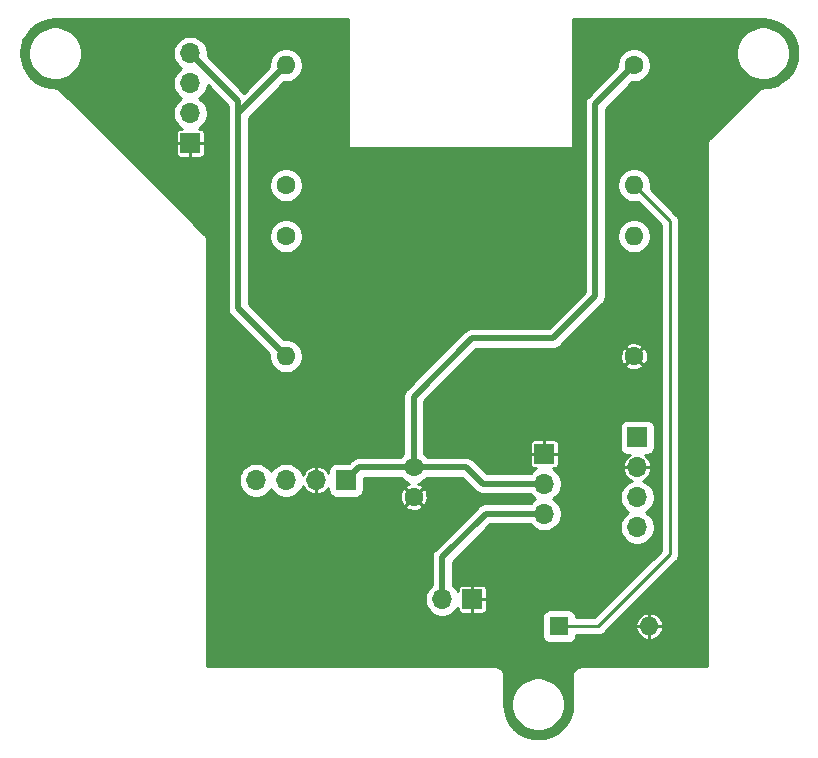
<source format=gbr>
%TF.GenerationSoftware,KiCad,Pcbnew,(5.1.7)-1*%
%TF.CreationDate,2020-11-12T19:53:12+01:00*%
%TF.ProjectId,feinstaub,6665696e-7374-4617-9562-2e6b69636164,rev?*%
%TF.SameCoordinates,Original*%
%TF.FileFunction,Copper,L2,Bot*%
%TF.FilePolarity,Positive*%
%FSLAX46Y46*%
G04 Gerber Fmt 4.6, Leading zero omitted, Abs format (unit mm)*
G04 Created by KiCad (PCBNEW (5.1.7)-1) date 2020-11-12 19:53:12*
%MOMM*%
%LPD*%
G01*
G04 APERTURE LIST*
%TA.AperFunction,ComponentPad*%
%ADD10C,1.600000*%
%TD*%
%TA.AperFunction,ComponentPad*%
%ADD11O,1.700000X1.700000*%
%TD*%
%TA.AperFunction,ComponentPad*%
%ADD12R,1.700000X1.700000*%
%TD*%
%TA.AperFunction,ComponentPad*%
%ADD13O,1.600000X1.600000*%
%TD*%
%TA.AperFunction,ComponentPad*%
%ADD14R,1.600000X1.600000*%
%TD*%
%TA.AperFunction,Conductor*%
%ADD15C,0.500000*%
%TD*%
%TA.AperFunction,Conductor*%
%ADD16C,0.250000*%
%TD*%
%TA.AperFunction,Conductor*%
%ADD17C,0.100000*%
%TD*%
G04 APERTURE END LIST*
D10*
%TO.P,C1,2*%
%TO.N,GND*%
X140081000Y-104354000D03*
%TO.P,C1,1*%
%TO.N,+3V3*%
X140081000Y-101854000D03*
%TD*%
D11*
%TO.P,J2,4*%
%TO.N,SDS_TX*%
X159004000Y-106934000D03*
%TO.P,J2,3*%
%TO.N,SDS_RX*%
X159004000Y-104394000D03*
%TO.P,J2,2*%
%TO.N,GND*%
X159004000Y-101854000D03*
D12*
%TO.P,J2,1*%
%TO.N,VCC*%
X159004000Y-99314000D03*
%TD*%
D11*
%TO.P,U2,4*%
%TO.N,SDA*%
X126736000Y-102950000D03*
%TO.P,U2,3*%
%TO.N,SCL*%
X129276000Y-102950000D03*
%TO.P,U2,2*%
%TO.N,GND*%
X131816000Y-102950000D03*
D12*
%TO.P,U2,1*%
%TO.N,+3V3*%
X134356000Y-102950000D03*
%TD*%
D11*
%TO.P,J1,4*%
%TO.N,+3V3*%
X121158000Y-66802000D03*
%TO.P,J1,3*%
%TO.N,TXD*%
X121158000Y-69342000D03*
%TO.P,J1,2*%
%TO.N,RXD*%
X121158000Y-71882000D03*
D12*
%TO.P,J1,1*%
%TO.N,GND*%
X121158000Y-74422000D03*
%TD*%
D11*
%TO.P,U3,3*%
%TO.N,VCC*%
X151130000Y-105791000D03*
%TO.P,U3,2*%
%TO.N,+3V3*%
X151130000Y-103251000D03*
D12*
%TO.P,U3,1*%
%TO.N,GND*%
X151130000Y-100711000D03*
%TD*%
D13*
%TO.P,SW1,2*%
%TO.N,GND*%
X160020000Y-115316000D03*
D14*
%TO.P,SW1,1*%
%TO.N,SDA*%
X152400000Y-115316000D03*
%TD*%
D13*
%TO.P,R4,2*%
%TO.N,+3V3*%
X129286000Y-92456000D03*
D10*
%TO.P,R4,1*%
%TO.N,RST*%
X129286000Y-82296000D03*
%TD*%
D13*
%TO.P,R3,2*%
%TO.N,+3V3*%
X129286000Y-67818000D03*
D10*
%TO.P,R3,1*%
%TO.N,Net-(R3-Pad1)*%
X129286000Y-77978000D03*
%TD*%
D13*
%TO.P,R2,2*%
%TO.N,Net-(R2-Pad2)*%
X158750000Y-82296000D03*
D10*
%TO.P,R2,1*%
%TO.N,GND*%
X158750000Y-92456000D03*
%TD*%
D13*
%TO.P,R1,2*%
%TO.N,SDA*%
X158750000Y-77978000D03*
D10*
%TO.P,R1,1*%
%TO.N,+3V3*%
X158750000Y-67818000D03*
%TD*%
D11*
%TO.P,J3,2*%
%TO.N,VCC*%
X142494000Y-113030000D03*
D12*
%TO.P,J3,1*%
%TO.N,GND*%
X145034000Y-113030000D03*
%TD*%
D15*
%TO.N,+3V3*%
X129286000Y-92456000D02*
X125222000Y-88392000D01*
X125222000Y-71882000D02*
X129286000Y-67818000D01*
X125222000Y-88392000D02*
X125222000Y-75438000D01*
X125222000Y-75438000D02*
X125222000Y-74930000D01*
X125222000Y-74422000D02*
X125222000Y-71882000D01*
X125222000Y-74930000D02*
X125222000Y-74422000D01*
X125222000Y-70866000D02*
X121158000Y-66802000D01*
X125222000Y-71882000D02*
X125222000Y-70866000D01*
X140081000Y-101854000D02*
X144526000Y-101854000D01*
X145923000Y-103251000D02*
X151130000Y-103251000D01*
X144526000Y-101854000D02*
X145923000Y-103251000D01*
X135452000Y-101854000D02*
X134356000Y-102950000D01*
X140081000Y-101854000D02*
X135452000Y-101854000D01*
X155448000Y-87376000D02*
X151892000Y-90932000D01*
X155448000Y-71120000D02*
X155448000Y-87376000D01*
X158750000Y-67818000D02*
X155448000Y-71120000D01*
X140081000Y-101854000D02*
X140081000Y-95885000D01*
X145034000Y-90932000D02*
X151892000Y-90932000D01*
X140081000Y-95885000D02*
X145034000Y-90932000D01*
D16*
%TO.N,SDA*%
X152400000Y-115316000D02*
X155702000Y-115316000D01*
X155702000Y-115316000D02*
X161798000Y-109220000D01*
X161798000Y-81026000D02*
X158750000Y-77978000D01*
X161798000Y-109220000D02*
X161798000Y-81026000D01*
D15*
%TO.N,VCC*%
X151130000Y-105791000D02*
X146177000Y-105791000D01*
X142494000Y-109474000D02*
X142494000Y-113030000D01*
X146177000Y-105791000D02*
X142494000Y-109474000D01*
%TD*%
D16*
%TO.N,GND*%
X134495000Y-74676000D02*
X134497402Y-74700386D01*
X134504515Y-74723835D01*
X134516066Y-74745446D01*
X134531612Y-74764388D01*
X134550554Y-74779934D01*
X134572165Y-74791485D01*
X134595614Y-74798598D01*
X134620000Y-74801000D01*
X153416000Y-74801000D01*
X153440386Y-74798598D01*
X153463835Y-74791485D01*
X153485446Y-74779934D01*
X153504388Y-74764388D01*
X153519934Y-74745446D01*
X153531485Y-74723835D01*
X153538598Y-74700386D01*
X153541000Y-74676000D01*
X153541000Y-63904000D01*
X169639815Y-63904000D01*
X170234281Y-63962287D01*
X170775141Y-64125583D01*
X171273982Y-64390823D01*
X171711804Y-64747900D01*
X172071936Y-65183225D01*
X172340650Y-65680202D01*
X172507719Y-66219913D01*
X172566774Y-66781788D01*
X172515568Y-67344439D01*
X172356053Y-67886428D01*
X172094302Y-68387111D01*
X171740288Y-68827417D01*
X171307493Y-69190576D01*
X170812401Y-69462754D01*
X170273872Y-69633586D01*
X169692313Y-69698818D01*
X169672000Y-69696817D01*
X169543009Y-69709521D01*
X169418976Y-69747147D01*
X169304665Y-69808247D01*
X169229576Y-69869871D01*
X165165575Y-73933873D01*
X165140474Y-73954473D01*
X165119874Y-73979574D01*
X165119871Y-73979577D01*
X165058247Y-74054666D01*
X164997147Y-74168977D01*
X164959521Y-74293010D01*
X164946817Y-74422000D01*
X164950001Y-74454329D01*
X164950000Y-118722000D01*
X154210319Y-118722000D01*
X154178000Y-118718817D01*
X154145682Y-118722000D01*
X154145681Y-118722000D01*
X154049010Y-118731521D01*
X153924976Y-118769147D01*
X153810666Y-118830246D01*
X153710473Y-118912473D01*
X153628246Y-119012666D01*
X153567147Y-119126976D01*
X153529521Y-119251010D01*
X153516817Y-119380000D01*
X153520001Y-119412328D01*
X153520000Y-121887815D01*
X153461713Y-122482281D01*
X153298418Y-123023139D01*
X153033180Y-123521979D01*
X152676095Y-123959809D01*
X152240776Y-124319936D01*
X151743798Y-124588650D01*
X151204090Y-124755718D01*
X150642212Y-124814774D01*
X150079561Y-124763568D01*
X149537572Y-124604053D01*
X149036889Y-124342302D01*
X148596583Y-123988288D01*
X148233424Y-123555493D01*
X147961246Y-123060401D01*
X147790414Y-122521872D01*
X147724090Y-121930575D01*
X147724000Y-121917690D01*
X147724000Y-121696717D01*
X148354969Y-121696717D01*
X148354969Y-122143283D01*
X148442090Y-122581268D01*
X148612983Y-122993842D01*
X148861082Y-123365148D01*
X149176852Y-123680918D01*
X149548158Y-123929017D01*
X149960732Y-124099910D01*
X150398717Y-124187031D01*
X150845283Y-124187031D01*
X151283268Y-124099910D01*
X151695842Y-123929017D01*
X152067148Y-123680918D01*
X152382918Y-123365148D01*
X152631017Y-122993842D01*
X152801910Y-122581268D01*
X152889031Y-122143283D01*
X152889031Y-121696717D01*
X152801910Y-121258732D01*
X152631017Y-120846158D01*
X152382918Y-120474852D01*
X152067148Y-120159082D01*
X151695842Y-119910983D01*
X151283268Y-119740090D01*
X150845283Y-119652969D01*
X150398717Y-119652969D01*
X149960732Y-119740090D01*
X149548158Y-119910983D01*
X149176852Y-120159082D01*
X148861082Y-120474852D01*
X148612983Y-120846158D01*
X148442090Y-121258732D01*
X148354969Y-121696717D01*
X147724000Y-121696717D01*
X147724000Y-119412318D01*
X147727183Y-119380000D01*
X147714479Y-119251010D01*
X147676853Y-119126976D01*
X147615754Y-119012666D01*
X147533527Y-118912473D01*
X147433334Y-118830246D01*
X147319024Y-118769147D01*
X147194990Y-118731521D01*
X147098319Y-118722000D01*
X147066000Y-118718817D01*
X147033682Y-118722000D01*
X122578000Y-118722000D01*
X122578000Y-114516000D01*
X150963938Y-114516000D01*
X150963938Y-116116000D01*
X150976160Y-116240090D01*
X151012355Y-116359410D01*
X151071134Y-116469377D01*
X151150236Y-116565764D01*
X151246623Y-116644866D01*
X151356590Y-116703645D01*
X151475910Y-116739840D01*
X151600000Y-116752062D01*
X153200000Y-116752062D01*
X153324090Y-116739840D01*
X153443410Y-116703645D01*
X153553377Y-116644866D01*
X153649764Y-116565764D01*
X153728866Y-116469377D01*
X153787645Y-116359410D01*
X153823840Y-116240090D01*
X153836062Y-116116000D01*
X153836062Y-116074000D01*
X155664768Y-116074000D01*
X155702000Y-116077667D01*
X155739232Y-116074000D01*
X155850594Y-116063032D01*
X155993477Y-116019689D01*
X156125160Y-115949303D01*
X156240580Y-115854580D01*
X156264324Y-115825648D01*
X156587561Y-115502411D01*
X158855830Y-115502411D01*
X158873111Y-115589287D01*
X158948464Y-115807783D01*
X159064995Y-116007380D01*
X159218227Y-116180408D01*
X159402271Y-116320217D01*
X159610053Y-116421434D01*
X159833589Y-116480170D01*
X160018000Y-116400248D01*
X160018000Y-115318000D01*
X160022000Y-115318000D01*
X160022000Y-116400248D01*
X160206411Y-116480170D01*
X160429947Y-116421434D01*
X160637729Y-116320217D01*
X160821773Y-116180408D01*
X160975005Y-116007380D01*
X161091536Y-115807783D01*
X161166889Y-115589287D01*
X161184170Y-115502411D01*
X161104248Y-115318000D01*
X160022000Y-115318000D01*
X160018000Y-115318000D01*
X158935752Y-115318000D01*
X158855830Y-115502411D01*
X156587561Y-115502411D01*
X156960383Y-115129589D01*
X158855830Y-115129589D01*
X158935752Y-115314000D01*
X160018000Y-115314000D01*
X160018000Y-114231752D01*
X160022000Y-114231752D01*
X160022000Y-115314000D01*
X161104248Y-115314000D01*
X161184170Y-115129589D01*
X161166889Y-115042713D01*
X161091536Y-114824217D01*
X160975005Y-114624620D01*
X160821773Y-114451592D01*
X160637729Y-114311783D01*
X160429947Y-114210566D01*
X160206411Y-114151830D01*
X160022000Y-114231752D01*
X160018000Y-114231752D01*
X159833589Y-114151830D01*
X159610053Y-114210566D01*
X159402271Y-114311783D01*
X159218227Y-114451592D01*
X159064995Y-114624620D01*
X158948464Y-114824217D01*
X158873111Y-115042713D01*
X158855830Y-115129589D01*
X156960383Y-115129589D01*
X162307661Y-109782313D01*
X162336580Y-109758580D01*
X162431303Y-109643160D01*
X162501689Y-109511477D01*
X162545032Y-109368594D01*
X162556000Y-109257232D01*
X162556000Y-109257231D01*
X162559667Y-109220000D01*
X162556000Y-109182768D01*
X162556000Y-81063232D01*
X162559667Y-81026000D01*
X162545032Y-80877406D01*
X162540662Y-80863000D01*
X162501689Y-80734523D01*
X162431303Y-80602840D01*
X162336580Y-80487420D01*
X162307654Y-80463681D01*
X160146518Y-78302546D01*
X160183000Y-78119138D01*
X160183000Y-77836862D01*
X160127931Y-77560009D01*
X160019908Y-77299220D01*
X159863084Y-77064516D01*
X159663484Y-76864916D01*
X159428780Y-76708092D01*
X159167991Y-76600069D01*
X158891138Y-76545000D01*
X158608862Y-76545000D01*
X158332009Y-76600069D01*
X158071220Y-76708092D01*
X157836516Y-76864916D01*
X157636916Y-77064516D01*
X157480092Y-77299220D01*
X157372069Y-77560009D01*
X157317000Y-77836862D01*
X157317000Y-78119138D01*
X157372069Y-78395991D01*
X157480092Y-78656780D01*
X157636916Y-78891484D01*
X157836516Y-79091084D01*
X158071220Y-79247908D01*
X158332009Y-79355931D01*
X158608862Y-79411000D01*
X158891138Y-79411000D01*
X159074546Y-79374518D01*
X161040001Y-81339974D01*
X161040000Y-108906026D01*
X155388028Y-114558000D01*
X153836062Y-114558000D01*
X153836062Y-114516000D01*
X153823840Y-114391910D01*
X153787645Y-114272590D01*
X153728866Y-114162623D01*
X153649764Y-114066236D01*
X153553377Y-113987134D01*
X153443410Y-113928355D01*
X153324090Y-113892160D01*
X153200000Y-113879938D01*
X151600000Y-113879938D01*
X151475910Y-113892160D01*
X151356590Y-113928355D01*
X151246623Y-113987134D01*
X151150236Y-114066236D01*
X151071134Y-114162623D01*
X151012355Y-114272590D01*
X150976160Y-114391910D01*
X150963938Y-114516000D01*
X122578000Y-114516000D01*
X122578000Y-105126127D01*
X139311701Y-105126127D01*
X139386268Y-105313620D01*
X139586829Y-105430716D01*
X139806381Y-105506436D01*
X140036487Y-105537867D01*
X140268303Y-105523804D01*
X140492921Y-105464786D01*
X140701709Y-105363080D01*
X140775732Y-105313620D01*
X140850299Y-105126127D01*
X140081000Y-104356828D01*
X139311701Y-105126127D01*
X122578000Y-105126127D01*
X122578000Y-102803937D01*
X125253000Y-102803937D01*
X125253000Y-103096063D01*
X125309990Y-103382575D01*
X125421782Y-103652464D01*
X125584078Y-103895358D01*
X125790642Y-104101922D01*
X126033536Y-104264218D01*
X126303425Y-104376010D01*
X126589937Y-104433000D01*
X126882063Y-104433000D01*
X127168575Y-104376010D01*
X127438464Y-104264218D01*
X127681358Y-104101922D01*
X127887922Y-103895358D01*
X128006000Y-103718641D01*
X128124078Y-103895358D01*
X128330642Y-104101922D01*
X128573536Y-104264218D01*
X128843425Y-104376010D01*
X129129937Y-104433000D01*
X129422063Y-104433000D01*
X129708575Y-104376010D01*
X129978464Y-104264218D01*
X130221358Y-104101922D01*
X130427922Y-103895358D01*
X130590218Y-103652464D01*
X130685574Y-103422254D01*
X130769152Y-103593855D01*
X130914877Y-103785713D01*
X131095231Y-103945455D01*
X131303284Y-104066943D01*
X131531040Y-104145507D01*
X131621767Y-104163554D01*
X131814000Y-104084248D01*
X131814000Y-102952000D01*
X131794000Y-102952000D01*
X131794000Y-102948000D01*
X131814000Y-102948000D01*
X131814000Y-101815752D01*
X131818000Y-101815752D01*
X131818000Y-102948000D01*
X131838000Y-102948000D01*
X131838000Y-102952000D01*
X131818000Y-102952000D01*
X131818000Y-104084248D01*
X132010233Y-104163554D01*
X132100960Y-104145507D01*
X132328716Y-104066943D01*
X132536769Y-103945455D01*
X132717123Y-103785713D01*
X132862848Y-103593855D01*
X132869938Y-103579298D01*
X132869938Y-103800000D01*
X132882160Y-103924090D01*
X132918355Y-104043410D01*
X132977134Y-104153377D01*
X133056236Y-104249764D01*
X133152623Y-104328866D01*
X133262590Y-104387645D01*
X133381910Y-104423840D01*
X133506000Y-104436062D01*
X135206000Y-104436062D01*
X135330090Y-104423840D01*
X135449410Y-104387645D01*
X135559377Y-104328866D01*
X135582990Y-104309487D01*
X138897133Y-104309487D01*
X138911196Y-104541303D01*
X138970214Y-104765921D01*
X139071920Y-104974709D01*
X139121380Y-105048732D01*
X139308873Y-105123299D01*
X140078172Y-104354000D01*
X140083828Y-104354000D01*
X140853127Y-105123299D01*
X141040620Y-105048732D01*
X141157716Y-104848171D01*
X141233436Y-104628619D01*
X141264867Y-104398513D01*
X141250804Y-104166697D01*
X141191786Y-103942079D01*
X141090080Y-103733291D01*
X141040620Y-103659268D01*
X140853127Y-103584701D01*
X140083828Y-104354000D01*
X140078172Y-104354000D01*
X139308873Y-103584701D01*
X139121380Y-103659268D01*
X139004284Y-103859829D01*
X138928564Y-104079381D01*
X138897133Y-104309487D01*
X135582990Y-104309487D01*
X135655764Y-104249764D01*
X135734866Y-104153377D01*
X135793645Y-104043410D01*
X135829840Y-103924090D01*
X135842062Y-103800000D01*
X135842062Y-102737000D01*
X138947547Y-102737000D01*
X138967916Y-102767484D01*
X139167516Y-102967084D01*
X139402220Y-103123908D01*
X139663009Y-103231931D01*
X139690904Y-103237480D01*
X139669079Y-103243214D01*
X139460291Y-103344920D01*
X139386268Y-103394380D01*
X139311701Y-103581873D01*
X140081000Y-104351172D01*
X140850299Y-103581873D01*
X140775732Y-103394380D01*
X140575171Y-103277284D01*
X140463905Y-103238910D01*
X140498991Y-103231931D01*
X140759780Y-103123908D01*
X140994484Y-102967084D01*
X141194084Y-102767484D01*
X141214453Y-102737000D01*
X144160251Y-102737000D01*
X145267956Y-103844707D01*
X145295604Y-103878396D01*
X145430058Y-103988740D01*
X145583456Y-104070732D01*
X145699410Y-104105906D01*
X145749901Y-104121223D01*
X145768127Y-104123018D01*
X145879627Y-104134000D01*
X145879633Y-104134000D01*
X145922999Y-104138271D01*
X145966365Y-104134000D01*
X149936412Y-104134000D01*
X149978078Y-104196358D01*
X150184642Y-104402922D01*
X150361359Y-104521000D01*
X150184642Y-104639078D01*
X149978078Y-104845642D01*
X149936412Y-104908000D01*
X146220373Y-104908000D01*
X146177000Y-104903728D01*
X146003901Y-104920777D01*
X145837456Y-104971268D01*
X145684058Y-105053260D01*
X145549604Y-105163604D01*
X145521952Y-105197298D01*
X141900304Y-108818947D01*
X141866604Y-108846604D01*
X141756260Y-108981059D01*
X141674268Y-109134457D01*
X141623777Y-109300903D01*
X141611000Y-109430628D01*
X141611000Y-109430634D01*
X141606729Y-109474000D01*
X141611000Y-109517366D01*
X141611001Y-111836411D01*
X141548642Y-111878078D01*
X141342078Y-112084642D01*
X141179782Y-112327536D01*
X141067990Y-112597425D01*
X141011000Y-112883937D01*
X141011000Y-113176063D01*
X141067990Y-113462575D01*
X141179782Y-113732464D01*
X141342078Y-113975358D01*
X141548642Y-114181922D01*
X141791536Y-114344218D01*
X142061425Y-114456010D01*
X142347937Y-114513000D01*
X142640063Y-114513000D01*
X142926575Y-114456010D01*
X143196464Y-114344218D01*
X143439358Y-114181922D01*
X143645922Y-113975358D01*
X143803508Y-113739513D01*
X143803166Y-113880000D01*
X143810484Y-113954297D01*
X143832155Y-114025739D01*
X143867348Y-114091580D01*
X143914710Y-114149290D01*
X143972420Y-114196652D01*
X144038261Y-114231845D01*
X144109703Y-114253516D01*
X144184000Y-114260834D01*
X144937250Y-114259000D01*
X145032000Y-114164250D01*
X145032000Y-113032000D01*
X145036000Y-113032000D01*
X145036000Y-114164250D01*
X145130750Y-114259000D01*
X145884000Y-114260834D01*
X145958297Y-114253516D01*
X146029739Y-114231845D01*
X146095580Y-114196652D01*
X146153290Y-114149290D01*
X146200652Y-114091580D01*
X146235845Y-114025739D01*
X146257516Y-113954297D01*
X146264834Y-113880000D01*
X146263000Y-113126750D01*
X146168250Y-113032000D01*
X145036000Y-113032000D01*
X145032000Y-113032000D01*
X145012000Y-113032000D01*
X145012000Y-113028000D01*
X145032000Y-113028000D01*
X145032000Y-111895750D01*
X145036000Y-111895750D01*
X145036000Y-113028000D01*
X146168250Y-113028000D01*
X146263000Y-112933250D01*
X146264834Y-112180000D01*
X146257516Y-112105703D01*
X146235845Y-112034261D01*
X146200652Y-111968420D01*
X146153290Y-111910710D01*
X146095580Y-111863348D01*
X146029739Y-111828155D01*
X145958297Y-111806484D01*
X145884000Y-111799166D01*
X145130750Y-111801000D01*
X145036000Y-111895750D01*
X145032000Y-111895750D01*
X144937250Y-111801000D01*
X144184000Y-111799166D01*
X144109703Y-111806484D01*
X144038261Y-111828155D01*
X143972420Y-111863348D01*
X143914710Y-111910710D01*
X143867348Y-111968420D01*
X143832155Y-112034261D01*
X143810484Y-112105703D01*
X143803166Y-112180000D01*
X143803508Y-112320487D01*
X143645922Y-112084642D01*
X143439358Y-111878078D01*
X143377000Y-111836412D01*
X143377000Y-109839749D01*
X146542750Y-106674000D01*
X149936412Y-106674000D01*
X149978078Y-106736358D01*
X150184642Y-106942922D01*
X150427536Y-107105218D01*
X150697425Y-107217010D01*
X150983937Y-107274000D01*
X151276063Y-107274000D01*
X151562575Y-107217010D01*
X151832464Y-107105218D01*
X152075358Y-106942922D01*
X152281922Y-106736358D01*
X152444218Y-106493464D01*
X152556010Y-106223575D01*
X152613000Y-105937063D01*
X152613000Y-105644937D01*
X152556010Y-105358425D01*
X152444218Y-105088536D01*
X152281922Y-104845642D01*
X152075358Y-104639078D01*
X151898641Y-104521000D01*
X152075358Y-104402922D01*
X152230343Y-104247937D01*
X157521000Y-104247937D01*
X157521000Y-104540063D01*
X157577990Y-104826575D01*
X157689782Y-105096464D01*
X157852078Y-105339358D01*
X158058642Y-105545922D01*
X158235359Y-105664000D01*
X158058642Y-105782078D01*
X157852078Y-105988642D01*
X157689782Y-106231536D01*
X157577990Y-106501425D01*
X157521000Y-106787937D01*
X157521000Y-107080063D01*
X157577990Y-107366575D01*
X157689782Y-107636464D01*
X157852078Y-107879358D01*
X158058642Y-108085922D01*
X158301536Y-108248218D01*
X158571425Y-108360010D01*
X158857937Y-108417000D01*
X159150063Y-108417000D01*
X159436575Y-108360010D01*
X159706464Y-108248218D01*
X159949358Y-108085922D01*
X160155922Y-107879358D01*
X160318218Y-107636464D01*
X160430010Y-107366575D01*
X160487000Y-107080063D01*
X160487000Y-106787937D01*
X160430010Y-106501425D01*
X160318218Y-106231536D01*
X160155922Y-105988642D01*
X159949358Y-105782078D01*
X159772641Y-105664000D01*
X159949358Y-105545922D01*
X160155922Y-105339358D01*
X160318218Y-105096464D01*
X160430010Y-104826575D01*
X160487000Y-104540063D01*
X160487000Y-104247937D01*
X160430010Y-103961425D01*
X160318218Y-103691536D01*
X160155922Y-103448642D01*
X159949358Y-103242078D01*
X159706464Y-103079782D01*
X159476254Y-102984426D01*
X159647855Y-102900848D01*
X159839713Y-102755123D01*
X159999455Y-102574769D01*
X160120943Y-102366716D01*
X160199507Y-102138960D01*
X160217554Y-102048233D01*
X160138248Y-101856000D01*
X159006000Y-101856000D01*
X159006000Y-101876000D01*
X159002000Y-101876000D01*
X159002000Y-101856000D01*
X157869752Y-101856000D01*
X157790446Y-102048233D01*
X157808493Y-102138960D01*
X157887057Y-102366716D01*
X158008545Y-102574769D01*
X158168287Y-102755123D01*
X158360145Y-102900848D01*
X158531746Y-102984426D01*
X158301536Y-103079782D01*
X158058642Y-103242078D01*
X157852078Y-103448642D01*
X157689782Y-103691536D01*
X157577990Y-103961425D01*
X157521000Y-104247937D01*
X152230343Y-104247937D01*
X152281922Y-104196358D01*
X152444218Y-103953464D01*
X152556010Y-103683575D01*
X152613000Y-103397063D01*
X152613000Y-103104937D01*
X152556010Y-102818425D01*
X152444218Y-102548536D01*
X152281922Y-102305642D01*
X152075358Y-102099078D01*
X151839513Y-101941492D01*
X151980000Y-101941834D01*
X152054297Y-101934516D01*
X152125739Y-101912845D01*
X152191580Y-101877652D01*
X152249290Y-101830290D01*
X152296652Y-101772580D01*
X152331845Y-101706739D01*
X152353516Y-101635297D01*
X152360834Y-101561000D01*
X152359000Y-100807750D01*
X152264250Y-100713000D01*
X151132000Y-100713000D01*
X151132000Y-100733000D01*
X151128000Y-100733000D01*
X151128000Y-100713000D01*
X149995750Y-100713000D01*
X149901000Y-100807750D01*
X149899166Y-101561000D01*
X149906484Y-101635297D01*
X149928155Y-101706739D01*
X149963348Y-101772580D01*
X150010710Y-101830290D01*
X150068420Y-101877652D01*
X150134261Y-101912845D01*
X150205703Y-101934516D01*
X150280000Y-101941834D01*
X150420487Y-101941492D01*
X150184642Y-102099078D01*
X149978078Y-102305642D01*
X149936412Y-102368000D01*
X146288751Y-102368000D01*
X145181053Y-101260303D01*
X145153396Y-101226604D01*
X145018942Y-101116260D01*
X144865544Y-101034268D01*
X144699098Y-100983777D01*
X144569373Y-100971000D01*
X144569366Y-100971000D01*
X144526000Y-100966729D01*
X144482634Y-100971000D01*
X141214453Y-100971000D01*
X141194084Y-100940516D01*
X140994484Y-100740916D01*
X140964000Y-100720547D01*
X140964000Y-99861000D01*
X149899166Y-99861000D01*
X149901000Y-100614250D01*
X149995750Y-100709000D01*
X151128000Y-100709000D01*
X151128000Y-99576750D01*
X151132000Y-99576750D01*
X151132000Y-100709000D01*
X152264250Y-100709000D01*
X152359000Y-100614250D01*
X152360834Y-99861000D01*
X152353516Y-99786703D01*
X152331845Y-99715261D01*
X152296652Y-99649420D01*
X152249290Y-99591710D01*
X152191580Y-99544348D01*
X152125739Y-99509155D01*
X152054297Y-99487484D01*
X151980000Y-99480166D01*
X151226750Y-99482000D01*
X151132000Y-99576750D01*
X151128000Y-99576750D01*
X151033250Y-99482000D01*
X150280000Y-99480166D01*
X150205703Y-99487484D01*
X150134261Y-99509155D01*
X150068420Y-99544348D01*
X150010710Y-99591710D01*
X149963348Y-99649420D01*
X149928155Y-99715261D01*
X149906484Y-99786703D01*
X149899166Y-99861000D01*
X140964000Y-99861000D01*
X140964000Y-98464000D01*
X157517938Y-98464000D01*
X157517938Y-100164000D01*
X157530160Y-100288090D01*
X157566355Y-100407410D01*
X157625134Y-100517377D01*
X157704236Y-100613764D01*
X157800623Y-100692866D01*
X157910590Y-100751645D01*
X158029910Y-100787840D01*
X158154000Y-100800062D01*
X158374702Y-100800062D01*
X158360145Y-100807152D01*
X158168287Y-100952877D01*
X158008545Y-101133231D01*
X157887057Y-101341284D01*
X157808493Y-101569040D01*
X157790446Y-101659767D01*
X157869752Y-101852000D01*
X159002000Y-101852000D01*
X159002000Y-101832000D01*
X159006000Y-101832000D01*
X159006000Y-101852000D01*
X160138248Y-101852000D01*
X160217554Y-101659767D01*
X160199507Y-101569040D01*
X160120943Y-101341284D01*
X159999455Y-101133231D01*
X159839713Y-100952877D01*
X159647855Y-100807152D01*
X159633298Y-100800062D01*
X159854000Y-100800062D01*
X159978090Y-100787840D01*
X160097410Y-100751645D01*
X160207377Y-100692866D01*
X160303764Y-100613764D01*
X160382866Y-100517377D01*
X160441645Y-100407410D01*
X160477840Y-100288090D01*
X160490062Y-100164000D01*
X160490062Y-98464000D01*
X160477840Y-98339910D01*
X160441645Y-98220590D01*
X160382866Y-98110623D01*
X160303764Y-98014236D01*
X160207377Y-97935134D01*
X160097410Y-97876355D01*
X159978090Y-97840160D01*
X159854000Y-97827938D01*
X158154000Y-97827938D01*
X158029910Y-97840160D01*
X157910590Y-97876355D01*
X157800623Y-97935134D01*
X157704236Y-98014236D01*
X157625134Y-98110623D01*
X157566355Y-98220590D01*
X157530160Y-98339910D01*
X157517938Y-98464000D01*
X140964000Y-98464000D01*
X140964000Y-96250749D01*
X143986622Y-93228127D01*
X157980701Y-93228127D01*
X158055268Y-93415620D01*
X158255829Y-93532716D01*
X158475381Y-93608436D01*
X158705487Y-93639867D01*
X158937303Y-93625804D01*
X159161921Y-93566786D01*
X159370709Y-93465080D01*
X159444732Y-93415620D01*
X159519299Y-93228127D01*
X158750000Y-92458828D01*
X157980701Y-93228127D01*
X143986622Y-93228127D01*
X144803262Y-92411487D01*
X157566133Y-92411487D01*
X157580196Y-92643303D01*
X157639214Y-92867921D01*
X157740920Y-93076709D01*
X157790380Y-93150732D01*
X157977873Y-93225299D01*
X158747172Y-92456000D01*
X158752828Y-92456000D01*
X159522127Y-93225299D01*
X159709620Y-93150732D01*
X159826716Y-92950171D01*
X159902436Y-92730619D01*
X159933867Y-92500513D01*
X159919804Y-92268697D01*
X159860786Y-92044079D01*
X159759080Y-91835291D01*
X159709620Y-91761268D01*
X159522127Y-91686701D01*
X158752828Y-92456000D01*
X158747172Y-92456000D01*
X157977873Y-91686701D01*
X157790380Y-91761268D01*
X157673284Y-91961829D01*
X157597564Y-92181381D01*
X157566133Y-92411487D01*
X144803262Y-92411487D01*
X145399750Y-91815000D01*
X151848634Y-91815000D01*
X151892000Y-91819271D01*
X151935366Y-91815000D01*
X151935373Y-91815000D01*
X152065098Y-91802223D01*
X152231544Y-91751732D01*
X152358500Y-91683873D01*
X157980701Y-91683873D01*
X158750000Y-92453172D01*
X159519299Y-91683873D01*
X159444732Y-91496380D01*
X159244171Y-91379284D01*
X159024619Y-91303564D01*
X158794513Y-91272133D01*
X158562697Y-91286196D01*
X158338079Y-91345214D01*
X158129291Y-91446920D01*
X158055268Y-91496380D01*
X157980701Y-91683873D01*
X152358500Y-91683873D01*
X152384942Y-91669740D01*
X152519396Y-91559396D01*
X152547053Y-91525696D01*
X156041707Y-88031044D01*
X156075396Y-88003396D01*
X156185740Y-87868942D01*
X156267732Y-87715544D01*
X156318223Y-87549098D01*
X156331000Y-87419373D01*
X156331000Y-87419367D01*
X156335271Y-87376001D01*
X156331000Y-87332635D01*
X156331000Y-82154862D01*
X157317000Y-82154862D01*
X157317000Y-82437138D01*
X157372069Y-82713991D01*
X157480092Y-82974780D01*
X157636916Y-83209484D01*
X157836516Y-83409084D01*
X158071220Y-83565908D01*
X158332009Y-83673931D01*
X158608862Y-83729000D01*
X158891138Y-83729000D01*
X159167991Y-83673931D01*
X159428780Y-83565908D01*
X159663484Y-83409084D01*
X159863084Y-83209484D01*
X160019908Y-82974780D01*
X160127931Y-82713991D01*
X160183000Y-82437138D01*
X160183000Y-82154862D01*
X160127931Y-81878009D01*
X160019908Y-81617220D01*
X159863084Y-81382516D01*
X159663484Y-81182916D01*
X159428780Y-81026092D01*
X159167991Y-80918069D01*
X158891138Y-80863000D01*
X158608862Y-80863000D01*
X158332009Y-80918069D01*
X158071220Y-81026092D01*
X157836516Y-81182916D01*
X157636916Y-81382516D01*
X157480092Y-81617220D01*
X157372069Y-81878009D01*
X157317000Y-82154862D01*
X156331000Y-82154862D01*
X156331000Y-71485749D01*
X158572903Y-69243847D01*
X158608862Y-69251000D01*
X158891138Y-69251000D01*
X159167991Y-69195931D01*
X159428780Y-69087908D01*
X159663484Y-68931084D01*
X159863084Y-68731484D01*
X160019908Y-68496780D01*
X160127931Y-68235991D01*
X160183000Y-67959138D01*
X160183000Y-67676862D01*
X160127931Y-67400009D01*
X160019908Y-67139220D01*
X159863084Y-66904516D01*
X159663484Y-66704916D01*
X159474614Y-66578717D01*
X167404969Y-66578717D01*
X167404969Y-67025283D01*
X167492090Y-67463268D01*
X167662983Y-67875842D01*
X167911082Y-68247148D01*
X168226852Y-68562918D01*
X168598158Y-68811017D01*
X169010732Y-68981910D01*
X169448717Y-69069031D01*
X169895283Y-69069031D01*
X170333268Y-68981910D01*
X170745842Y-68811017D01*
X171117148Y-68562918D01*
X171432918Y-68247148D01*
X171681017Y-67875842D01*
X171851910Y-67463268D01*
X171939031Y-67025283D01*
X171939031Y-66578717D01*
X171851910Y-66140732D01*
X171681017Y-65728158D01*
X171432918Y-65356852D01*
X171117148Y-65041082D01*
X170745842Y-64792983D01*
X170333268Y-64622090D01*
X169895283Y-64534969D01*
X169448717Y-64534969D01*
X169010732Y-64622090D01*
X168598158Y-64792983D01*
X168226852Y-65041082D01*
X167911082Y-65356852D01*
X167662983Y-65728158D01*
X167492090Y-66140732D01*
X167404969Y-66578717D01*
X159474614Y-66578717D01*
X159428780Y-66548092D01*
X159167991Y-66440069D01*
X158891138Y-66385000D01*
X158608862Y-66385000D01*
X158332009Y-66440069D01*
X158071220Y-66548092D01*
X157836516Y-66704916D01*
X157636916Y-66904516D01*
X157480092Y-67139220D01*
X157372069Y-67400009D01*
X157317000Y-67676862D01*
X157317000Y-67959138D01*
X157324153Y-67995097D01*
X154854304Y-70464947D01*
X154820604Y-70492604D01*
X154710260Y-70627059D01*
X154628268Y-70780457D01*
X154603753Y-70861272D01*
X154578313Y-70945137D01*
X154577777Y-70946903D01*
X154565000Y-71076628D01*
X154565000Y-71076634D01*
X154560729Y-71120000D01*
X154565000Y-71163366D01*
X154565001Y-87010248D01*
X151526251Y-90049000D01*
X145077373Y-90049000D01*
X145034000Y-90044728D01*
X144860901Y-90061777D01*
X144694455Y-90112268D01*
X144641023Y-90140828D01*
X144541058Y-90194260D01*
X144406604Y-90304604D01*
X144378952Y-90338298D01*
X139487299Y-95229952D01*
X139453605Y-95257604D01*
X139343261Y-95392058D01*
X139261269Y-95545456D01*
X139210777Y-95711902D01*
X139193729Y-95885000D01*
X139198001Y-95928376D01*
X139198000Y-100720547D01*
X139167516Y-100740916D01*
X138967916Y-100940516D01*
X138947547Y-100971000D01*
X135495365Y-100971000D01*
X135451999Y-100966729D01*
X135408633Y-100971000D01*
X135408627Y-100971000D01*
X135297127Y-100981982D01*
X135278901Y-100983777D01*
X135228410Y-100999094D01*
X135112456Y-101034268D01*
X134959058Y-101116260D01*
X134824604Y-101226604D01*
X134796951Y-101260299D01*
X134593312Y-101463938D01*
X133506000Y-101463938D01*
X133381910Y-101476160D01*
X133262590Y-101512355D01*
X133152623Y-101571134D01*
X133056236Y-101650236D01*
X132977134Y-101746623D01*
X132918355Y-101856590D01*
X132882160Y-101975910D01*
X132869938Y-102100000D01*
X132869938Y-102320702D01*
X132862848Y-102306145D01*
X132717123Y-102114287D01*
X132536769Y-101954545D01*
X132328716Y-101833057D01*
X132100960Y-101754493D01*
X132010233Y-101736446D01*
X131818000Y-101815752D01*
X131814000Y-101815752D01*
X131621767Y-101736446D01*
X131531040Y-101754493D01*
X131303284Y-101833057D01*
X131095231Y-101954545D01*
X130914877Y-102114287D01*
X130769152Y-102306145D01*
X130685574Y-102477746D01*
X130590218Y-102247536D01*
X130427922Y-102004642D01*
X130221358Y-101798078D01*
X129978464Y-101635782D01*
X129708575Y-101523990D01*
X129422063Y-101467000D01*
X129129937Y-101467000D01*
X128843425Y-101523990D01*
X128573536Y-101635782D01*
X128330642Y-101798078D01*
X128124078Y-102004642D01*
X128006000Y-102181359D01*
X127887922Y-102004642D01*
X127681358Y-101798078D01*
X127438464Y-101635782D01*
X127168575Y-101523990D01*
X126882063Y-101467000D01*
X126589937Y-101467000D01*
X126303425Y-101523990D01*
X126033536Y-101635782D01*
X125790642Y-101798078D01*
X125584078Y-102004642D01*
X125421782Y-102247536D01*
X125309990Y-102517425D01*
X125253000Y-102803937D01*
X122578000Y-102803937D01*
X122578000Y-82582319D01*
X122581183Y-82550000D01*
X122568479Y-82421009D01*
X122530853Y-82296976D01*
X122469753Y-82182665D01*
X122408129Y-82107576D01*
X122408127Y-82107574D01*
X122387527Y-82082473D01*
X122362426Y-82061873D01*
X115572553Y-75272000D01*
X119927166Y-75272000D01*
X119934484Y-75346297D01*
X119956155Y-75417739D01*
X119991348Y-75483580D01*
X120038710Y-75541290D01*
X120096420Y-75588652D01*
X120162261Y-75623845D01*
X120233703Y-75645516D01*
X120308000Y-75652834D01*
X121061250Y-75651000D01*
X121156000Y-75556250D01*
X121156000Y-74424000D01*
X121160000Y-74424000D01*
X121160000Y-75556250D01*
X121254750Y-75651000D01*
X122008000Y-75652834D01*
X122082297Y-75645516D01*
X122153739Y-75623845D01*
X122219580Y-75588652D01*
X122277290Y-75541290D01*
X122324652Y-75483580D01*
X122359845Y-75417739D01*
X122381516Y-75346297D01*
X122388834Y-75272000D01*
X122387000Y-74518750D01*
X122292250Y-74424000D01*
X121160000Y-74424000D01*
X121156000Y-74424000D01*
X120023750Y-74424000D01*
X119929000Y-74518750D01*
X119927166Y-75272000D01*
X115572553Y-75272000D01*
X110170423Y-69869871D01*
X110095334Y-69808247D01*
X109981023Y-69747147D01*
X109856990Y-69709521D01*
X109792336Y-69703153D01*
X109792209Y-69703140D01*
X109790309Y-69702954D01*
X109728000Y-69696817D01*
X109727861Y-69696831D01*
X109165719Y-69641713D01*
X108624861Y-69478418D01*
X108126021Y-69213180D01*
X107688191Y-68856095D01*
X107328064Y-68420776D01*
X107059350Y-67923798D01*
X106892282Y-67384090D01*
X106833226Y-66822212D01*
X106855386Y-66578717D01*
X107460969Y-66578717D01*
X107460969Y-67025283D01*
X107548090Y-67463268D01*
X107718983Y-67875842D01*
X107967082Y-68247148D01*
X108282852Y-68562918D01*
X108654158Y-68811017D01*
X109066732Y-68981910D01*
X109504717Y-69069031D01*
X109951283Y-69069031D01*
X110389268Y-68981910D01*
X110801842Y-68811017D01*
X111173148Y-68562918D01*
X111488918Y-68247148D01*
X111737017Y-67875842D01*
X111907910Y-67463268D01*
X111995031Y-67025283D01*
X111995031Y-66655937D01*
X119675000Y-66655937D01*
X119675000Y-66948063D01*
X119731990Y-67234575D01*
X119843782Y-67504464D01*
X120006078Y-67747358D01*
X120212642Y-67953922D01*
X120389359Y-68072000D01*
X120212642Y-68190078D01*
X120006078Y-68396642D01*
X119843782Y-68639536D01*
X119731990Y-68909425D01*
X119675000Y-69195937D01*
X119675000Y-69488063D01*
X119731990Y-69774575D01*
X119843782Y-70044464D01*
X120006078Y-70287358D01*
X120212642Y-70493922D01*
X120389359Y-70612000D01*
X120212642Y-70730078D01*
X120006078Y-70936642D01*
X119843782Y-71179536D01*
X119731990Y-71449425D01*
X119675000Y-71735937D01*
X119675000Y-72028063D01*
X119731990Y-72314575D01*
X119843782Y-72584464D01*
X120006078Y-72827358D01*
X120212642Y-73033922D01*
X120448487Y-73191508D01*
X120308000Y-73191166D01*
X120233703Y-73198484D01*
X120162261Y-73220155D01*
X120096420Y-73255348D01*
X120038710Y-73302710D01*
X119991348Y-73360420D01*
X119956155Y-73426261D01*
X119934484Y-73497703D01*
X119927166Y-73572000D01*
X119929000Y-74325250D01*
X120023750Y-74420000D01*
X121156000Y-74420000D01*
X121156000Y-74400000D01*
X121160000Y-74400000D01*
X121160000Y-74420000D01*
X122292250Y-74420000D01*
X122387000Y-74325250D01*
X122388834Y-73572000D01*
X122381516Y-73497703D01*
X122359845Y-73426261D01*
X122324652Y-73360420D01*
X122277290Y-73302710D01*
X122219580Y-73255348D01*
X122153739Y-73220155D01*
X122082297Y-73198484D01*
X122008000Y-73191166D01*
X121867513Y-73191508D01*
X122103358Y-73033922D01*
X122309922Y-72827358D01*
X122472218Y-72584464D01*
X122584010Y-72314575D01*
X122641000Y-72028063D01*
X122641000Y-71735937D01*
X122584010Y-71449425D01*
X122472218Y-71179536D01*
X122309922Y-70936642D01*
X122103358Y-70730078D01*
X121926641Y-70612000D01*
X122103358Y-70493922D01*
X122309922Y-70287358D01*
X122472218Y-70044464D01*
X122584010Y-69774575D01*
X122633420Y-69526170D01*
X124339001Y-71231751D01*
X124339000Y-71838633D01*
X124334729Y-71882000D01*
X124339000Y-71925366D01*
X124339000Y-71925372D01*
X124339001Y-71925382D01*
X124339000Y-74378627D01*
X124339000Y-75481372D01*
X124339001Y-75481382D01*
X124339000Y-88348634D01*
X124334729Y-88392000D01*
X124339000Y-88435366D01*
X124339000Y-88435372D01*
X124351777Y-88565097D01*
X124402268Y-88731543D01*
X124484260Y-88884941D01*
X124594604Y-89019396D01*
X124628304Y-89047053D01*
X127860153Y-92278903D01*
X127853000Y-92314862D01*
X127853000Y-92597138D01*
X127908069Y-92873991D01*
X128016092Y-93134780D01*
X128172916Y-93369484D01*
X128372516Y-93569084D01*
X128607220Y-93725908D01*
X128868009Y-93833931D01*
X129144862Y-93889000D01*
X129427138Y-93889000D01*
X129703991Y-93833931D01*
X129964780Y-93725908D01*
X130199484Y-93569084D01*
X130399084Y-93369484D01*
X130555908Y-93134780D01*
X130663931Y-92873991D01*
X130719000Y-92597138D01*
X130719000Y-92314862D01*
X130663931Y-92038009D01*
X130555908Y-91777220D01*
X130399084Y-91542516D01*
X130199484Y-91342916D01*
X129964780Y-91186092D01*
X129703991Y-91078069D01*
X129427138Y-91023000D01*
X129144862Y-91023000D01*
X129108903Y-91030153D01*
X126105000Y-88026251D01*
X126105000Y-82154862D01*
X127853000Y-82154862D01*
X127853000Y-82437138D01*
X127908069Y-82713991D01*
X128016092Y-82974780D01*
X128172916Y-83209484D01*
X128372516Y-83409084D01*
X128607220Y-83565908D01*
X128868009Y-83673931D01*
X129144862Y-83729000D01*
X129427138Y-83729000D01*
X129703991Y-83673931D01*
X129964780Y-83565908D01*
X130199484Y-83409084D01*
X130399084Y-83209484D01*
X130555908Y-82974780D01*
X130663931Y-82713991D01*
X130719000Y-82437138D01*
X130719000Y-82154862D01*
X130663931Y-81878009D01*
X130555908Y-81617220D01*
X130399084Y-81382516D01*
X130199484Y-81182916D01*
X129964780Y-81026092D01*
X129703991Y-80918069D01*
X129427138Y-80863000D01*
X129144862Y-80863000D01*
X128868009Y-80918069D01*
X128607220Y-81026092D01*
X128372516Y-81182916D01*
X128172916Y-81382516D01*
X128016092Y-81617220D01*
X127908069Y-81878009D01*
X127853000Y-82154862D01*
X126105000Y-82154862D01*
X126105000Y-77836862D01*
X127853000Y-77836862D01*
X127853000Y-78119138D01*
X127908069Y-78395991D01*
X128016092Y-78656780D01*
X128172916Y-78891484D01*
X128372516Y-79091084D01*
X128607220Y-79247908D01*
X128868009Y-79355931D01*
X129144862Y-79411000D01*
X129427138Y-79411000D01*
X129703991Y-79355931D01*
X129964780Y-79247908D01*
X130199484Y-79091084D01*
X130399084Y-78891484D01*
X130555908Y-78656780D01*
X130663931Y-78395991D01*
X130719000Y-78119138D01*
X130719000Y-77836862D01*
X130663931Y-77560009D01*
X130555908Y-77299220D01*
X130399084Y-77064516D01*
X130199484Y-76864916D01*
X129964780Y-76708092D01*
X129703991Y-76600069D01*
X129427138Y-76545000D01*
X129144862Y-76545000D01*
X128868009Y-76600069D01*
X128607220Y-76708092D01*
X128372516Y-76864916D01*
X128172916Y-77064516D01*
X128016092Y-77299220D01*
X127908069Y-77560009D01*
X127853000Y-77836862D01*
X126105000Y-77836862D01*
X126105000Y-72247749D01*
X129108903Y-69243847D01*
X129144862Y-69251000D01*
X129427138Y-69251000D01*
X129703991Y-69195931D01*
X129964780Y-69087908D01*
X130199484Y-68931084D01*
X130399084Y-68731484D01*
X130555908Y-68496780D01*
X130663931Y-68235991D01*
X130719000Y-67959138D01*
X130719000Y-67676862D01*
X130663931Y-67400009D01*
X130555908Y-67139220D01*
X130399084Y-66904516D01*
X130199484Y-66704916D01*
X129964780Y-66548092D01*
X129703991Y-66440069D01*
X129427138Y-66385000D01*
X129144862Y-66385000D01*
X128868009Y-66440069D01*
X128607220Y-66548092D01*
X128372516Y-66704916D01*
X128172916Y-66904516D01*
X128016092Y-67139220D01*
X127908069Y-67400009D01*
X127853000Y-67676862D01*
X127853000Y-67959138D01*
X127860153Y-67995097D01*
X125730000Y-70125250D01*
X122626369Y-67021620D01*
X122641000Y-66948063D01*
X122641000Y-66655937D01*
X122584010Y-66369425D01*
X122472218Y-66099536D01*
X122309922Y-65856642D01*
X122103358Y-65650078D01*
X121860464Y-65487782D01*
X121590575Y-65375990D01*
X121304063Y-65319000D01*
X121011937Y-65319000D01*
X120725425Y-65375990D01*
X120455536Y-65487782D01*
X120212642Y-65650078D01*
X120006078Y-65856642D01*
X119843782Y-66099536D01*
X119731990Y-66369425D01*
X119675000Y-66655937D01*
X111995031Y-66655937D01*
X111995031Y-66578717D01*
X111907910Y-66140732D01*
X111737017Y-65728158D01*
X111488918Y-65356852D01*
X111173148Y-65041082D01*
X110801842Y-64792983D01*
X110389268Y-64622090D01*
X109951283Y-64534969D01*
X109504717Y-64534969D01*
X109066732Y-64622090D01*
X108654158Y-64792983D01*
X108282852Y-65041082D01*
X107967082Y-65356852D01*
X107718983Y-65728158D01*
X107548090Y-66140732D01*
X107460969Y-66578717D01*
X106855386Y-66578717D01*
X106884432Y-66259560D01*
X107043947Y-65717572D01*
X107305699Y-65216887D01*
X107659714Y-64776581D01*
X108092510Y-64413423D01*
X108587599Y-64141246D01*
X109126128Y-63970414D01*
X109717425Y-63904090D01*
X109730309Y-63904000D01*
X134495000Y-63904000D01*
X134495000Y-74676000D01*
%TA.AperFunction,Conductor*%
D17*
G36*
X134495000Y-74676000D02*
G01*
X134497402Y-74700386D01*
X134504515Y-74723835D01*
X134516066Y-74745446D01*
X134531612Y-74764388D01*
X134550554Y-74779934D01*
X134572165Y-74791485D01*
X134595614Y-74798598D01*
X134620000Y-74801000D01*
X153416000Y-74801000D01*
X153440386Y-74798598D01*
X153463835Y-74791485D01*
X153485446Y-74779934D01*
X153504388Y-74764388D01*
X153519934Y-74745446D01*
X153531485Y-74723835D01*
X153538598Y-74700386D01*
X153541000Y-74676000D01*
X153541000Y-63904000D01*
X169639815Y-63904000D01*
X170234281Y-63962287D01*
X170775141Y-64125583D01*
X171273982Y-64390823D01*
X171711804Y-64747900D01*
X172071936Y-65183225D01*
X172340650Y-65680202D01*
X172507719Y-66219913D01*
X172566774Y-66781788D01*
X172515568Y-67344439D01*
X172356053Y-67886428D01*
X172094302Y-68387111D01*
X171740288Y-68827417D01*
X171307493Y-69190576D01*
X170812401Y-69462754D01*
X170273872Y-69633586D01*
X169692313Y-69698818D01*
X169672000Y-69696817D01*
X169543009Y-69709521D01*
X169418976Y-69747147D01*
X169304665Y-69808247D01*
X169229576Y-69869871D01*
X165165575Y-73933873D01*
X165140474Y-73954473D01*
X165119874Y-73979574D01*
X165119871Y-73979577D01*
X165058247Y-74054666D01*
X164997147Y-74168977D01*
X164959521Y-74293010D01*
X164946817Y-74422000D01*
X164950001Y-74454329D01*
X164950000Y-118722000D01*
X154210319Y-118722000D01*
X154178000Y-118718817D01*
X154145682Y-118722000D01*
X154145681Y-118722000D01*
X154049010Y-118731521D01*
X153924976Y-118769147D01*
X153810666Y-118830246D01*
X153710473Y-118912473D01*
X153628246Y-119012666D01*
X153567147Y-119126976D01*
X153529521Y-119251010D01*
X153516817Y-119380000D01*
X153520001Y-119412328D01*
X153520000Y-121887815D01*
X153461713Y-122482281D01*
X153298418Y-123023139D01*
X153033180Y-123521979D01*
X152676095Y-123959809D01*
X152240776Y-124319936D01*
X151743798Y-124588650D01*
X151204090Y-124755718D01*
X150642212Y-124814774D01*
X150079561Y-124763568D01*
X149537572Y-124604053D01*
X149036889Y-124342302D01*
X148596583Y-123988288D01*
X148233424Y-123555493D01*
X147961246Y-123060401D01*
X147790414Y-122521872D01*
X147724090Y-121930575D01*
X147724000Y-121917690D01*
X147724000Y-121696717D01*
X148354969Y-121696717D01*
X148354969Y-122143283D01*
X148442090Y-122581268D01*
X148612983Y-122993842D01*
X148861082Y-123365148D01*
X149176852Y-123680918D01*
X149548158Y-123929017D01*
X149960732Y-124099910D01*
X150398717Y-124187031D01*
X150845283Y-124187031D01*
X151283268Y-124099910D01*
X151695842Y-123929017D01*
X152067148Y-123680918D01*
X152382918Y-123365148D01*
X152631017Y-122993842D01*
X152801910Y-122581268D01*
X152889031Y-122143283D01*
X152889031Y-121696717D01*
X152801910Y-121258732D01*
X152631017Y-120846158D01*
X152382918Y-120474852D01*
X152067148Y-120159082D01*
X151695842Y-119910983D01*
X151283268Y-119740090D01*
X150845283Y-119652969D01*
X150398717Y-119652969D01*
X149960732Y-119740090D01*
X149548158Y-119910983D01*
X149176852Y-120159082D01*
X148861082Y-120474852D01*
X148612983Y-120846158D01*
X148442090Y-121258732D01*
X148354969Y-121696717D01*
X147724000Y-121696717D01*
X147724000Y-119412318D01*
X147727183Y-119380000D01*
X147714479Y-119251010D01*
X147676853Y-119126976D01*
X147615754Y-119012666D01*
X147533527Y-118912473D01*
X147433334Y-118830246D01*
X147319024Y-118769147D01*
X147194990Y-118731521D01*
X147098319Y-118722000D01*
X147066000Y-118718817D01*
X147033682Y-118722000D01*
X122578000Y-118722000D01*
X122578000Y-114516000D01*
X150963938Y-114516000D01*
X150963938Y-116116000D01*
X150976160Y-116240090D01*
X151012355Y-116359410D01*
X151071134Y-116469377D01*
X151150236Y-116565764D01*
X151246623Y-116644866D01*
X151356590Y-116703645D01*
X151475910Y-116739840D01*
X151600000Y-116752062D01*
X153200000Y-116752062D01*
X153324090Y-116739840D01*
X153443410Y-116703645D01*
X153553377Y-116644866D01*
X153649764Y-116565764D01*
X153728866Y-116469377D01*
X153787645Y-116359410D01*
X153823840Y-116240090D01*
X153836062Y-116116000D01*
X153836062Y-116074000D01*
X155664768Y-116074000D01*
X155702000Y-116077667D01*
X155739232Y-116074000D01*
X155850594Y-116063032D01*
X155993477Y-116019689D01*
X156125160Y-115949303D01*
X156240580Y-115854580D01*
X156264324Y-115825648D01*
X156587561Y-115502411D01*
X158855830Y-115502411D01*
X158873111Y-115589287D01*
X158948464Y-115807783D01*
X159064995Y-116007380D01*
X159218227Y-116180408D01*
X159402271Y-116320217D01*
X159610053Y-116421434D01*
X159833589Y-116480170D01*
X160018000Y-116400248D01*
X160018000Y-115318000D01*
X160022000Y-115318000D01*
X160022000Y-116400248D01*
X160206411Y-116480170D01*
X160429947Y-116421434D01*
X160637729Y-116320217D01*
X160821773Y-116180408D01*
X160975005Y-116007380D01*
X161091536Y-115807783D01*
X161166889Y-115589287D01*
X161184170Y-115502411D01*
X161104248Y-115318000D01*
X160022000Y-115318000D01*
X160018000Y-115318000D01*
X158935752Y-115318000D01*
X158855830Y-115502411D01*
X156587561Y-115502411D01*
X156960383Y-115129589D01*
X158855830Y-115129589D01*
X158935752Y-115314000D01*
X160018000Y-115314000D01*
X160018000Y-114231752D01*
X160022000Y-114231752D01*
X160022000Y-115314000D01*
X161104248Y-115314000D01*
X161184170Y-115129589D01*
X161166889Y-115042713D01*
X161091536Y-114824217D01*
X160975005Y-114624620D01*
X160821773Y-114451592D01*
X160637729Y-114311783D01*
X160429947Y-114210566D01*
X160206411Y-114151830D01*
X160022000Y-114231752D01*
X160018000Y-114231752D01*
X159833589Y-114151830D01*
X159610053Y-114210566D01*
X159402271Y-114311783D01*
X159218227Y-114451592D01*
X159064995Y-114624620D01*
X158948464Y-114824217D01*
X158873111Y-115042713D01*
X158855830Y-115129589D01*
X156960383Y-115129589D01*
X162307661Y-109782313D01*
X162336580Y-109758580D01*
X162431303Y-109643160D01*
X162501689Y-109511477D01*
X162545032Y-109368594D01*
X162556000Y-109257232D01*
X162556000Y-109257231D01*
X162559667Y-109220000D01*
X162556000Y-109182768D01*
X162556000Y-81063232D01*
X162559667Y-81026000D01*
X162545032Y-80877406D01*
X162540662Y-80863000D01*
X162501689Y-80734523D01*
X162431303Y-80602840D01*
X162336580Y-80487420D01*
X162307654Y-80463681D01*
X160146518Y-78302546D01*
X160183000Y-78119138D01*
X160183000Y-77836862D01*
X160127931Y-77560009D01*
X160019908Y-77299220D01*
X159863084Y-77064516D01*
X159663484Y-76864916D01*
X159428780Y-76708092D01*
X159167991Y-76600069D01*
X158891138Y-76545000D01*
X158608862Y-76545000D01*
X158332009Y-76600069D01*
X158071220Y-76708092D01*
X157836516Y-76864916D01*
X157636916Y-77064516D01*
X157480092Y-77299220D01*
X157372069Y-77560009D01*
X157317000Y-77836862D01*
X157317000Y-78119138D01*
X157372069Y-78395991D01*
X157480092Y-78656780D01*
X157636916Y-78891484D01*
X157836516Y-79091084D01*
X158071220Y-79247908D01*
X158332009Y-79355931D01*
X158608862Y-79411000D01*
X158891138Y-79411000D01*
X159074546Y-79374518D01*
X161040001Y-81339974D01*
X161040000Y-108906026D01*
X155388028Y-114558000D01*
X153836062Y-114558000D01*
X153836062Y-114516000D01*
X153823840Y-114391910D01*
X153787645Y-114272590D01*
X153728866Y-114162623D01*
X153649764Y-114066236D01*
X153553377Y-113987134D01*
X153443410Y-113928355D01*
X153324090Y-113892160D01*
X153200000Y-113879938D01*
X151600000Y-113879938D01*
X151475910Y-113892160D01*
X151356590Y-113928355D01*
X151246623Y-113987134D01*
X151150236Y-114066236D01*
X151071134Y-114162623D01*
X151012355Y-114272590D01*
X150976160Y-114391910D01*
X150963938Y-114516000D01*
X122578000Y-114516000D01*
X122578000Y-105126127D01*
X139311701Y-105126127D01*
X139386268Y-105313620D01*
X139586829Y-105430716D01*
X139806381Y-105506436D01*
X140036487Y-105537867D01*
X140268303Y-105523804D01*
X140492921Y-105464786D01*
X140701709Y-105363080D01*
X140775732Y-105313620D01*
X140850299Y-105126127D01*
X140081000Y-104356828D01*
X139311701Y-105126127D01*
X122578000Y-105126127D01*
X122578000Y-102803937D01*
X125253000Y-102803937D01*
X125253000Y-103096063D01*
X125309990Y-103382575D01*
X125421782Y-103652464D01*
X125584078Y-103895358D01*
X125790642Y-104101922D01*
X126033536Y-104264218D01*
X126303425Y-104376010D01*
X126589937Y-104433000D01*
X126882063Y-104433000D01*
X127168575Y-104376010D01*
X127438464Y-104264218D01*
X127681358Y-104101922D01*
X127887922Y-103895358D01*
X128006000Y-103718641D01*
X128124078Y-103895358D01*
X128330642Y-104101922D01*
X128573536Y-104264218D01*
X128843425Y-104376010D01*
X129129937Y-104433000D01*
X129422063Y-104433000D01*
X129708575Y-104376010D01*
X129978464Y-104264218D01*
X130221358Y-104101922D01*
X130427922Y-103895358D01*
X130590218Y-103652464D01*
X130685574Y-103422254D01*
X130769152Y-103593855D01*
X130914877Y-103785713D01*
X131095231Y-103945455D01*
X131303284Y-104066943D01*
X131531040Y-104145507D01*
X131621767Y-104163554D01*
X131814000Y-104084248D01*
X131814000Y-102952000D01*
X131794000Y-102952000D01*
X131794000Y-102948000D01*
X131814000Y-102948000D01*
X131814000Y-101815752D01*
X131818000Y-101815752D01*
X131818000Y-102948000D01*
X131838000Y-102948000D01*
X131838000Y-102952000D01*
X131818000Y-102952000D01*
X131818000Y-104084248D01*
X132010233Y-104163554D01*
X132100960Y-104145507D01*
X132328716Y-104066943D01*
X132536769Y-103945455D01*
X132717123Y-103785713D01*
X132862848Y-103593855D01*
X132869938Y-103579298D01*
X132869938Y-103800000D01*
X132882160Y-103924090D01*
X132918355Y-104043410D01*
X132977134Y-104153377D01*
X133056236Y-104249764D01*
X133152623Y-104328866D01*
X133262590Y-104387645D01*
X133381910Y-104423840D01*
X133506000Y-104436062D01*
X135206000Y-104436062D01*
X135330090Y-104423840D01*
X135449410Y-104387645D01*
X135559377Y-104328866D01*
X135582990Y-104309487D01*
X138897133Y-104309487D01*
X138911196Y-104541303D01*
X138970214Y-104765921D01*
X139071920Y-104974709D01*
X139121380Y-105048732D01*
X139308873Y-105123299D01*
X140078172Y-104354000D01*
X140083828Y-104354000D01*
X140853127Y-105123299D01*
X141040620Y-105048732D01*
X141157716Y-104848171D01*
X141233436Y-104628619D01*
X141264867Y-104398513D01*
X141250804Y-104166697D01*
X141191786Y-103942079D01*
X141090080Y-103733291D01*
X141040620Y-103659268D01*
X140853127Y-103584701D01*
X140083828Y-104354000D01*
X140078172Y-104354000D01*
X139308873Y-103584701D01*
X139121380Y-103659268D01*
X139004284Y-103859829D01*
X138928564Y-104079381D01*
X138897133Y-104309487D01*
X135582990Y-104309487D01*
X135655764Y-104249764D01*
X135734866Y-104153377D01*
X135793645Y-104043410D01*
X135829840Y-103924090D01*
X135842062Y-103800000D01*
X135842062Y-102737000D01*
X138947547Y-102737000D01*
X138967916Y-102767484D01*
X139167516Y-102967084D01*
X139402220Y-103123908D01*
X139663009Y-103231931D01*
X139690904Y-103237480D01*
X139669079Y-103243214D01*
X139460291Y-103344920D01*
X139386268Y-103394380D01*
X139311701Y-103581873D01*
X140081000Y-104351172D01*
X140850299Y-103581873D01*
X140775732Y-103394380D01*
X140575171Y-103277284D01*
X140463905Y-103238910D01*
X140498991Y-103231931D01*
X140759780Y-103123908D01*
X140994484Y-102967084D01*
X141194084Y-102767484D01*
X141214453Y-102737000D01*
X144160251Y-102737000D01*
X145267956Y-103844707D01*
X145295604Y-103878396D01*
X145430058Y-103988740D01*
X145583456Y-104070732D01*
X145699410Y-104105906D01*
X145749901Y-104121223D01*
X145768127Y-104123018D01*
X145879627Y-104134000D01*
X145879633Y-104134000D01*
X145922999Y-104138271D01*
X145966365Y-104134000D01*
X149936412Y-104134000D01*
X149978078Y-104196358D01*
X150184642Y-104402922D01*
X150361359Y-104521000D01*
X150184642Y-104639078D01*
X149978078Y-104845642D01*
X149936412Y-104908000D01*
X146220373Y-104908000D01*
X146177000Y-104903728D01*
X146003901Y-104920777D01*
X145837456Y-104971268D01*
X145684058Y-105053260D01*
X145549604Y-105163604D01*
X145521952Y-105197298D01*
X141900304Y-108818947D01*
X141866604Y-108846604D01*
X141756260Y-108981059D01*
X141674268Y-109134457D01*
X141623777Y-109300903D01*
X141611000Y-109430628D01*
X141611000Y-109430634D01*
X141606729Y-109474000D01*
X141611000Y-109517366D01*
X141611001Y-111836411D01*
X141548642Y-111878078D01*
X141342078Y-112084642D01*
X141179782Y-112327536D01*
X141067990Y-112597425D01*
X141011000Y-112883937D01*
X141011000Y-113176063D01*
X141067990Y-113462575D01*
X141179782Y-113732464D01*
X141342078Y-113975358D01*
X141548642Y-114181922D01*
X141791536Y-114344218D01*
X142061425Y-114456010D01*
X142347937Y-114513000D01*
X142640063Y-114513000D01*
X142926575Y-114456010D01*
X143196464Y-114344218D01*
X143439358Y-114181922D01*
X143645922Y-113975358D01*
X143803508Y-113739513D01*
X143803166Y-113880000D01*
X143810484Y-113954297D01*
X143832155Y-114025739D01*
X143867348Y-114091580D01*
X143914710Y-114149290D01*
X143972420Y-114196652D01*
X144038261Y-114231845D01*
X144109703Y-114253516D01*
X144184000Y-114260834D01*
X144937250Y-114259000D01*
X145032000Y-114164250D01*
X145032000Y-113032000D01*
X145036000Y-113032000D01*
X145036000Y-114164250D01*
X145130750Y-114259000D01*
X145884000Y-114260834D01*
X145958297Y-114253516D01*
X146029739Y-114231845D01*
X146095580Y-114196652D01*
X146153290Y-114149290D01*
X146200652Y-114091580D01*
X146235845Y-114025739D01*
X146257516Y-113954297D01*
X146264834Y-113880000D01*
X146263000Y-113126750D01*
X146168250Y-113032000D01*
X145036000Y-113032000D01*
X145032000Y-113032000D01*
X145012000Y-113032000D01*
X145012000Y-113028000D01*
X145032000Y-113028000D01*
X145032000Y-111895750D01*
X145036000Y-111895750D01*
X145036000Y-113028000D01*
X146168250Y-113028000D01*
X146263000Y-112933250D01*
X146264834Y-112180000D01*
X146257516Y-112105703D01*
X146235845Y-112034261D01*
X146200652Y-111968420D01*
X146153290Y-111910710D01*
X146095580Y-111863348D01*
X146029739Y-111828155D01*
X145958297Y-111806484D01*
X145884000Y-111799166D01*
X145130750Y-111801000D01*
X145036000Y-111895750D01*
X145032000Y-111895750D01*
X144937250Y-111801000D01*
X144184000Y-111799166D01*
X144109703Y-111806484D01*
X144038261Y-111828155D01*
X143972420Y-111863348D01*
X143914710Y-111910710D01*
X143867348Y-111968420D01*
X143832155Y-112034261D01*
X143810484Y-112105703D01*
X143803166Y-112180000D01*
X143803508Y-112320487D01*
X143645922Y-112084642D01*
X143439358Y-111878078D01*
X143377000Y-111836412D01*
X143377000Y-109839749D01*
X146542750Y-106674000D01*
X149936412Y-106674000D01*
X149978078Y-106736358D01*
X150184642Y-106942922D01*
X150427536Y-107105218D01*
X150697425Y-107217010D01*
X150983937Y-107274000D01*
X151276063Y-107274000D01*
X151562575Y-107217010D01*
X151832464Y-107105218D01*
X152075358Y-106942922D01*
X152281922Y-106736358D01*
X152444218Y-106493464D01*
X152556010Y-106223575D01*
X152613000Y-105937063D01*
X152613000Y-105644937D01*
X152556010Y-105358425D01*
X152444218Y-105088536D01*
X152281922Y-104845642D01*
X152075358Y-104639078D01*
X151898641Y-104521000D01*
X152075358Y-104402922D01*
X152230343Y-104247937D01*
X157521000Y-104247937D01*
X157521000Y-104540063D01*
X157577990Y-104826575D01*
X157689782Y-105096464D01*
X157852078Y-105339358D01*
X158058642Y-105545922D01*
X158235359Y-105664000D01*
X158058642Y-105782078D01*
X157852078Y-105988642D01*
X157689782Y-106231536D01*
X157577990Y-106501425D01*
X157521000Y-106787937D01*
X157521000Y-107080063D01*
X157577990Y-107366575D01*
X157689782Y-107636464D01*
X157852078Y-107879358D01*
X158058642Y-108085922D01*
X158301536Y-108248218D01*
X158571425Y-108360010D01*
X158857937Y-108417000D01*
X159150063Y-108417000D01*
X159436575Y-108360010D01*
X159706464Y-108248218D01*
X159949358Y-108085922D01*
X160155922Y-107879358D01*
X160318218Y-107636464D01*
X160430010Y-107366575D01*
X160487000Y-107080063D01*
X160487000Y-106787937D01*
X160430010Y-106501425D01*
X160318218Y-106231536D01*
X160155922Y-105988642D01*
X159949358Y-105782078D01*
X159772641Y-105664000D01*
X159949358Y-105545922D01*
X160155922Y-105339358D01*
X160318218Y-105096464D01*
X160430010Y-104826575D01*
X160487000Y-104540063D01*
X160487000Y-104247937D01*
X160430010Y-103961425D01*
X160318218Y-103691536D01*
X160155922Y-103448642D01*
X159949358Y-103242078D01*
X159706464Y-103079782D01*
X159476254Y-102984426D01*
X159647855Y-102900848D01*
X159839713Y-102755123D01*
X159999455Y-102574769D01*
X160120943Y-102366716D01*
X160199507Y-102138960D01*
X160217554Y-102048233D01*
X160138248Y-101856000D01*
X159006000Y-101856000D01*
X159006000Y-101876000D01*
X159002000Y-101876000D01*
X159002000Y-101856000D01*
X157869752Y-101856000D01*
X157790446Y-102048233D01*
X157808493Y-102138960D01*
X157887057Y-102366716D01*
X158008545Y-102574769D01*
X158168287Y-102755123D01*
X158360145Y-102900848D01*
X158531746Y-102984426D01*
X158301536Y-103079782D01*
X158058642Y-103242078D01*
X157852078Y-103448642D01*
X157689782Y-103691536D01*
X157577990Y-103961425D01*
X157521000Y-104247937D01*
X152230343Y-104247937D01*
X152281922Y-104196358D01*
X152444218Y-103953464D01*
X152556010Y-103683575D01*
X152613000Y-103397063D01*
X152613000Y-103104937D01*
X152556010Y-102818425D01*
X152444218Y-102548536D01*
X152281922Y-102305642D01*
X152075358Y-102099078D01*
X151839513Y-101941492D01*
X151980000Y-101941834D01*
X152054297Y-101934516D01*
X152125739Y-101912845D01*
X152191580Y-101877652D01*
X152249290Y-101830290D01*
X152296652Y-101772580D01*
X152331845Y-101706739D01*
X152353516Y-101635297D01*
X152360834Y-101561000D01*
X152359000Y-100807750D01*
X152264250Y-100713000D01*
X151132000Y-100713000D01*
X151132000Y-100733000D01*
X151128000Y-100733000D01*
X151128000Y-100713000D01*
X149995750Y-100713000D01*
X149901000Y-100807750D01*
X149899166Y-101561000D01*
X149906484Y-101635297D01*
X149928155Y-101706739D01*
X149963348Y-101772580D01*
X150010710Y-101830290D01*
X150068420Y-101877652D01*
X150134261Y-101912845D01*
X150205703Y-101934516D01*
X150280000Y-101941834D01*
X150420487Y-101941492D01*
X150184642Y-102099078D01*
X149978078Y-102305642D01*
X149936412Y-102368000D01*
X146288751Y-102368000D01*
X145181053Y-101260303D01*
X145153396Y-101226604D01*
X145018942Y-101116260D01*
X144865544Y-101034268D01*
X144699098Y-100983777D01*
X144569373Y-100971000D01*
X144569366Y-100971000D01*
X144526000Y-100966729D01*
X144482634Y-100971000D01*
X141214453Y-100971000D01*
X141194084Y-100940516D01*
X140994484Y-100740916D01*
X140964000Y-100720547D01*
X140964000Y-99861000D01*
X149899166Y-99861000D01*
X149901000Y-100614250D01*
X149995750Y-100709000D01*
X151128000Y-100709000D01*
X151128000Y-99576750D01*
X151132000Y-99576750D01*
X151132000Y-100709000D01*
X152264250Y-100709000D01*
X152359000Y-100614250D01*
X152360834Y-99861000D01*
X152353516Y-99786703D01*
X152331845Y-99715261D01*
X152296652Y-99649420D01*
X152249290Y-99591710D01*
X152191580Y-99544348D01*
X152125739Y-99509155D01*
X152054297Y-99487484D01*
X151980000Y-99480166D01*
X151226750Y-99482000D01*
X151132000Y-99576750D01*
X151128000Y-99576750D01*
X151033250Y-99482000D01*
X150280000Y-99480166D01*
X150205703Y-99487484D01*
X150134261Y-99509155D01*
X150068420Y-99544348D01*
X150010710Y-99591710D01*
X149963348Y-99649420D01*
X149928155Y-99715261D01*
X149906484Y-99786703D01*
X149899166Y-99861000D01*
X140964000Y-99861000D01*
X140964000Y-98464000D01*
X157517938Y-98464000D01*
X157517938Y-100164000D01*
X157530160Y-100288090D01*
X157566355Y-100407410D01*
X157625134Y-100517377D01*
X157704236Y-100613764D01*
X157800623Y-100692866D01*
X157910590Y-100751645D01*
X158029910Y-100787840D01*
X158154000Y-100800062D01*
X158374702Y-100800062D01*
X158360145Y-100807152D01*
X158168287Y-100952877D01*
X158008545Y-101133231D01*
X157887057Y-101341284D01*
X157808493Y-101569040D01*
X157790446Y-101659767D01*
X157869752Y-101852000D01*
X159002000Y-101852000D01*
X159002000Y-101832000D01*
X159006000Y-101832000D01*
X159006000Y-101852000D01*
X160138248Y-101852000D01*
X160217554Y-101659767D01*
X160199507Y-101569040D01*
X160120943Y-101341284D01*
X159999455Y-101133231D01*
X159839713Y-100952877D01*
X159647855Y-100807152D01*
X159633298Y-100800062D01*
X159854000Y-100800062D01*
X159978090Y-100787840D01*
X160097410Y-100751645D01*
X160207377Y-100692866D01*
X160303764Y-100613764D01*
X160382866Y-100517377D01*
X160441645Y-100407410D01*
X160477840Y-100288090D01*
X160490062Y-100164000D01*
X160490062Y-98464000D01*
X160477840Y-98339910D01*
X160441645Y-98220590D01*
X160382866Y-98110623D01*
X160303764Y-98014236D01*
X160207377Y-97935134D01*
X160097410Y-97876355D01*
X159978090Y-97840160D01*
X159854000Y-97827938D01*
X158154000Y-97827938D01*
X158029910Y-97840160D01*
X157910590Y-97876355D01*
X157800623Y-97935134D01*
X157704236Y-98014236D01*
X157625134Y-98110623D01*
X157566355Y-98220590D01*
X157530160Y-98339910D01*
X157517938Y-98464000D01*
X140964000Y-98464000D01*
X140964000Y-96250749D01*
X143986622Y-93228127D01*
X157980701Y-93228127D01*
X158055268Y-93415620D01*
X158255829Y-93532716D01*
X158475381Y-93608436D01*
X158705487Y-93639867D01*
X158937303Y-93625804D01*
X159161921Y-93566786D01*
X159370709Y-93465080D01*
X159444732Y-93415620D01*
X159519299Y-93228127D01*
X158750000Y-92458828D01*
X157980701Y-93228127D01*
X143986622Y-93228127D01*
X144803262Y-92411487D01*
X157566133Y-92411487D01*
X157580196Y-92643303D01*
X157639214Y-92867921D01*
X157740920Y-93076709D01*
X157790380Y-93150732D01*
X157977873Y-93225299D01*
X158747172Y-92456000D01*
X158752828Y-92456000D01*
X159522127Y-93225299D01*
X159709620Y-93150732D01*
X159826716Y-92950171D01*
X159902436Y-92730619D01*
X159933867Y-92500513D01*
X159919804Y-92268697D01*
X159860786Y-92044079D01*
X159759080Y-91835291D01*
X159709620Y-91761268D01*
X159522127Y-91686701D01*
X158752828Y-92456000D01*
X158747172Y-92456000D01*
X157977873Y-91686701D01*
X157790380Y-91761268D01*
X157673284Y-91961829D01*
X157597564Y-92181381D01*
X157566133Y-92411487D01*
X144803262Y-92411487D01*
X145399750Y-91815000D01*
X151848634Y-91815000D01*
X151892000Y-91819271D01*
X151935366Y-91815000D01*
X151935373Y-91815000D01*
X152065098Y-91802223D01*
X152231544Y-91751732D01*
X152358500Y-91683873D01*
X157980701Y-91683873D01*
X158750000Y-92453172D01*
X159519299Y-91683873D01*
X159444732Y-91496380D01*
X159244171Y-91379284D01*
X159024619Y-91303564D01*
X158794513Y-91272133D01*
X158562697Y-91286196D01*
X158338079Y-91345214D01*
X158129291Y-91446920D01*
X158055268Y-91496380D01*
X157980701Y-91683873D01*
X152358500Y-91683873D01*
X152384942Y-91669740D01*
X152519396Y-91559396D01*
X152547053Y-91525696D01*
X156041707Y-88031044D01*
X156075396Y-88003396D01*
X156185740Y-87868942D01*
X156267732Y-87715544D01*
X156318223Y-87549098D01*
X156331000Y-87419373D01*
X156331000Y-87419367D01*
X156335271Y-87376001D01*
X156331000Y-87332635D01*
X156331000Y-82154862D01*
X157317000Y-82154862D01*
X157317000Y-82437138D01*
X157372069Y-82713991D01*
X157480092Y-82974780D01*
X157636916Y-83209484D01*
X157836516Y-83409084D01*
X158071220Y-83565908D01*
X158332009Y-83673931D01*
X158608862Y-83729000D01*
X158891138Y-83729000D01*
X159167991Y-83673931D01*
X159428780Y-83565908D01*
X159663484Y-83409084D01*
X159863084Y-83209484D01*
X160019908Y-82974780D01*
X160127931Y-82713991D01*
X160183000Y-82437138D01*
X160183000Y-82154862D01*
X160127931Y-81878009D01*
X160019908Y-81617220D01*
X159863084Y-81382516D01*
X159663484Y-81182916D01*
X159428780Y-81026092D01*
X159167991Y-80918069D01*
X158891138Y-80863000D01*
X158608862Y-80863000D01*
X158332009Y-80918069D01*
X158071220Y-81026092D01*
X157836516Y-81182916D01*
X157636916Y-81382516D01*
X157480092Y-81617220D01*
X157372069Y-81878009D01*
X157317000Y-82154862D01*
X156331000Y-82154862D01*
X156331000Y-71485749D01*
X158572903Y-69243847D01*
X158608862Y-69251000D01*
X158891138Y-69251000D01*
X159167991Y-69195931D01*
X159428780Y-69087908D01*
X159663484Y-68931084D01*
X159863084Y-68731484D01*
X160019908Y-68496780D01*
X160127931Y-68235991D01*
X160183000Y-67959138D01*
X160183000Y-67676862D01*
X160127931Y-67400009D01*
X160019908Y-67139220D01*
X159863084Y-66904516D01*
X159663484Y-66704916D01*
X159474614Y-66578717D01*
X167404969Y-66578717D01*
X167404969Y-67025283D01*
X167492090Y-67463268D01*
X167662983Y-67875842D01*
X167911082Y-68247148D01*
X168226852Y-68562918D01*
X168598158Y-68811017D01*
X169010732Y-68981910D01*
X169448717Y-69069031D01*
X169895283Y-69069031D01*
X170333268Y-68981910D01*
X170745842Y-68811017D01*
X171117148Y-68562918D01*
X171432918Y-68247148D01*
X171681017Y-67875842D01*
X171851910Y-67463268D01*
X171939031Y-67025283D01*
X171939031Y-66578717D01*
X171851910Y-66140732D01*
X171681017Y-65728158D01*
X171432918Y-65356852D01*
X171117148Y-65041082D01*
X170745842Y-64792983D01*
X170333268Y-64622090D01*
X169895283Y-64534969D01*
X169448717Y-64534969D01*
X169010732Y-64622090D01*
X168598158Y-64792983D01*
X168226852Y-65041082D01*
X167911082Y-65356852D01*
X167662983Y-65728158D01*
X167492090Y-66140732D01*
X167404969Y-66578717D01*
X159474614Y-66578717D01*
X159428780Y-66548092D01*
X159167991Y-66440069D01*
X158891138Y-66385000D01*
X158608862Y-66385000D01*
X158332009Y-66440069D01*
X158071220Y-66548092D01*
X157836516Y-66704916D01*
X157636916Y-66904516D01*
X157480092Y-67139220D01*
X157372069Y-67400009D01*
X157317000Y-67676862D01*
X157317000Y-67959138D01*
X157324153Y-67995097D01*
X154854304Y-70464947D01*
X154820604Y-70492604D01*
X154710260Y-70627059D01*
X154628268Y-70780457D01*
X154603753Y-70861272D01*
X154578313Y-70945137D01*
X154577777Y-70946903D01*
X154565000Y-71076628D01*
X154565000Y-71076634D01*
X154560729Y-71120000D01*
X154565000Y-71163366D01*
X154565001Y-87010248D01*
X151526251Y-90049000D01*
X145077373Y-90049000D01*
X145034000Y-90044728D01*
X144860901Y-90061777D01*
X144694455Y-90112268D01*
X144641023Y-90140828D01*
X144541058Y-90194260D01*
X144406604Y-90304604D01*
X144378952Y-90338298D01*
X139487299Y-95229952D01*
X139453605Y-95257604D01*
X139343261Y-95392058D01*
X139261269Y-95545456D01*
X139210777Y-95711902D01*
X139193729Y-95885000D01*
X139198001Y-95928376D01*
X139198000Y-100720547D01*
X139167516Y-100740916D01*
X138967916Y-100940516D01*
X138947547Y-100971000D01*
X135495365Y-100971000D01*
X135451999Y-100966729D01*
X135408633Y-100971000D01*
X135408627Y-100971000D01*
X135297127Y-100981982D01*
X135278901Y-100983777D01*
X135228410Y-100999094D01*
X135112456Y-101034268D01*
X134959058Y-101116260D01*
X134824604Y-101226604D01*
X134796951Y-101260299D01*
X134593312Y-101463938D01*
X133506000Y-101463938D01*
X133381910Y-101476160D01*
X133262590Y-101512355D01*
X133152623Y-101571134D01*
X133056236Y-101650236D01*
X132977134Y-101746623D01*
X132918355Y-101856590D01*
X132882160Y-101975910D01*
X132869938Y-102100000D01*
X132869938Y-102320702D01*
X132862848Y-102306145D01*
X132717123Y-102114287D01*
X132536769Y-101954545D01*
X132328716Y-101833057D01*
X132100960Y-101754493D01*
X132010233Y-101736446D01*
X131818000Y-101815752D01*
X131814000Y-101815752D01*
X131621767Y-101736446D01*
X131531040Y-101754493D01*
X131303284Y-101833057D01*
X131095231Y-101954545D01*
X130914877Y-102114287D01*
X130769152Y-102306145D01*
X130685574Y-102477746D01*
X130590218Y-102247536D01*
X130427922Y-102004642D01*
X130221358Y-101798078D01*
X129978464Y-101635782D01*
X129708575Y-101523990D01*
X129422063Y-101467000D01*
X129129937Y-101467000D01*
X128843425Y-101523990D01*
X128573536Y-101635782D01*
X128330642Y-101798078D01*
X128124078Y-102004642D01*
X128006000Y-102181359D01*
X127887922Y-102004642D01*
X127681358Y-101798078D01*
X127438464Y-101635782D01*
X127168575Y-101523990D01*
X126882063Y-101467000D01*
X126589937Y-101467000D01*
X126303425Y-101523990D01*
X126033536Y-101635782D01*
X125790642Y-101798078D01*
X125584078Y-102004642D01*
X125421782Y-102247536D01*
X125309990Y-102517425D01*
X125253000Y-102803937D01*
X122578000Y-102803937D01*
X122578000Y-82582319D01*
X122581183Y-82550000D01*
X122568479Y-82421009D01*
X122530853Y-82296976D01*
X122469753Y-82182665D01*
X122408129Y-82107576D01*
X122408127Y-82107574D01*
X122387527Y-82082473D01*
X122362426Y-82061873D01*
X115572553Y-75272000D01*
X119927166Y-75272000D01*
X119934484Y-75346297D01*
X119956155Y-75417739D01*
X119991348Y-75483580D01*
X120038710Y-75541290D01*
X120096420Y-75588652D01*
X120162261Y-75623845D01*
X120233703Y-75645516D01*
X120308000Y-75652834D01*
X121061250Y-75651000D01*
X121156000Y-75556250D01*
X121156000Y-74424000D01*
X121160000Y-74424000D01*
X121160000Y-75556250D01*
X121254750Y-75651000D01*
X122008000Y-75652834D01*
X122082297Y-75645516D01*
X122153739Y-75623845D01*
X122219580Y-75588652D01*
X122277290Y-75541290D01*
X122324652Y-75483580D01*
X122359845Y-75417739D01*
X122381516Y-75346297D01*
X122388834Y-75272000D01*
X122387000Y-74518750D01*
X122292250Y-74424000D01*
X121160000Y-74424000D01*
X121156000Y-74424000D01*
X120023750Y-74424000D01*
X119929000Y-74518750D01*
X119927166Y-75272000D01*
X115572553Y-75272000D01*
X110170423Y-69869871D01*
X110095334Y-69808247D01*
X109981023Y-69747147D01*
X109856990Y-69709521D01*
X109792336Y-69703153D01*
X109792209Y-69703140D01*
X109790309Y-69702954D01*
X109728000Y-69696817D01*
X109727861Y-69696831D01*
X109165719Y-69641713D01*
X108624861Y-69478418D01*
X108126021Y-69213180D01*
X107688191Y-68856095D01*
X107328064Y-68420776D01*
X107059350Y-67923798D01*
X106892282Y-67384090D01*
X106833226Y-66822212D01*
X106855386Y-66578717D01*
X107460969Y-66578717D01*
X107460969Y-67025283D01*
X107548090Y-67463268D01*
X107718983Y-67875842D01*
X107967082Y-68247148D01*
X108282852Y-68562918D01*
X108654158Y-68811017D01*
X109066732Y-68981910D01*
X109504717Y-69069031D01*
X109951283Y-69069031D01*
X110389268Y-68981910D01*
X110801842Y-68811017D01*
X111173148Y-68562918D01*
X111488918Y-68247148D01*
X111737017Y-67875842D01*
X111907910Y-67463268D01*
X111995031Y-67025283D01*
X111995031Y-66655937D01*
X119675000Y-66655937D01*
X119675000Y-66948063D01*
X119731990Y-67234575D01*
X119843782Y-67504464D01*
X120006078Y-67747358D01*
X120212642Y-67953922D01*
X120389359Y-68072000D01*
X120212642Y-68190078D01*
X120006078Y-68396642D01*
X119843782Y-68639536D01*
X119731990Y-68909425D01*
X119675000Y-69195937D01*
X119675000Y-69488063D01*
X119731990Y-69774575D01*
X119843782Y-70044464D01*
X120006078Y-70287358D01*
X120212642Y-70493922D01*
X120389359Y-70612000D01*
X120212642Y-70730078D01*
X120006078Y-70936642D01*
X119843782Y-71179536D01*
X119731990Y-71449425D01*
X119675000Y-71735937D01*
X119675000Y-72028063D01*
X119731990Y-72314575D01*
X119843782Y-72584464D01*
X120006078Y-72827358D01*
X120212642Y-73033922D01*
X120448487Y-73191508D01*
X120308000Y-73191166D01*
X120233703Y-73198484D01*
X120162261Y-73220155D01*
X120096420Y-73255348D01*
X120038710Y-73302710D01*
X119991348Y-73360420D01*
X119956155Y-73426261D01*
X119934484Y-73497703D01*
X119927166Y-73572000D01*
X119929000Y-74325250D01*
X120023750Y-74420000D01*
X121156000Y-74420000D01*
X121156000Y-74400000D01*
X121160000Y-74400000D01*
X121160000Y-74420000D01*
X122292250Y-74420000D01*
X122387000Y-74325250D01*
X122388834Y-73572000D01*
X122381516Y-73497703D01*
X122359845Y-73426261D01*
X122324652Y-73360420D01*
X122277290Y-73302710D01*
X122219580Y-73255348D01*
X122153739Y-73220155D01*
X122082297Y-73198484D01*
X122008000Y-73191166D01*
X121867513Y-73191508D01*
X122103358Y-73033922D01*
X122309922Y-72827358D01*
X122472218Y-72584464D01*
X122584010Y-72314575D01*
X122641000Y-72028063D01*
X122641000Y-71735937D01*
X122584010Y-71449425D01*
X122472218Y-71179536D01*
X122309922Y-70936642D01*
X122103358Y-70730078D01*
X121926641Y-70612000D01*
X122103358Y-70493922D01*
X122309922Y-70287358D01*
X122472218Y-70044464D01*
X122584010Y-69774575D01*
X122633420Y-69526170D01*
X124339001Y-71231751D01*
X124339000Y-71838633D01*
X124334729Y-71882000D01*
X124339000Y-71925366D01*
X124339000Y-71925372D01*
X124339001Y-71925382D01*
X124339000Y-74378627D01*
X124339000Y-75481372D01*
X124339001Y-75481382D01*
X124339000Y-88348634D01*
X124334729Y-88392000D01*
X124339000Y-88435366D01*
X124339000Y-88435372D01*
X124351777Y-88565097D01*
X124402268Y-88731543D01*
X124484260Y-88884941D01*
X124594604Y-89019396D01*
X124628304Y-89047053D01*
X127860153Y-92278903D01*
X127853000Y-92314862D01*
X127853000Y-92597138D01*
X127908069Y-92873991D01*
X128016092Y-93134780D01*
X128172916Y-93369484D01*
X128372516Y-93569084D01*
X128607220Y-93725908D01*
X128868009Y-93833931D01*
X129144862Y-93889000D01*
X129427138Y-93889000D01*
X129703991Y-93833931D01*
X129964780Y-93725908D01*
X130199484Y-93569084D01*
X130399084Y-93369484D01*
X130555908Y-93134780D01*
X130663931Y-92873991D01*
X130719000Y-92597138D01*
X130719000Y-92314862D01*
X130663931Y-92038009D01*
X130555908Y-91777220D01*
X130399084Y-91542516D01*
X130199484Y-91342916D01*
X129964780Y-91186092D01*
X129703991Y-91078069D01*
X129427138Y-91023000D01*
X129144862Y-91023000D01*
X129108903Y-91030153D01*
X126105000Y-88026251D01*
X126105000Y-82154862D01*
X127853000Y-82154862D01*
X127853000Y-82437138D01*
X127908069Y-82713991D01*
X128016092Y-82974780D01*
X128172916Y-83209484D01*
X128372516Y-83409084D01*
X128607220Y-83565908D01*
X128868009Y-83673931D01*
X129144862Y-83729000D01*
X129427138Y-83729000D01*
X129703991Y-83673931D01*
X129964780Y-83565908D01*
X130199484Y-83409084D01*
X130399084Y-83209484D01*
X130555908Y-82974780D01*
X130663931Y-82713991D01*
X130719000Y-82437138D01*
X130719000Y-82154862D01*
X130663931Y-81878009D01*
X130555908Y-81617220D01*
X130399084Y-81382516D01*
X130199484Y-81182916D01*
X129964780Y-81026092D01*
X129703991Y-80918069D01*
X129427138Y-80863000D01*
X129144862Y-80863000D01*
X128868009Y-80918069D01*
X128607220Y-81026092D01*
X128372516Y-81182916D01*
X128172916Y-81382516D01*
X128016092Y-81617220D01*
X127908069Y-81878009D01*
X127853000Y-82154862D01*
X126105000Y-82154862D01*
X126105000Y-77836862D01*
X127853000Y-77836862D01*
X127853000Y-78119138D01*
X127908069Y-78395991D01*
X128016092Y-78656780D01*
X128172916Y-78891484D01*
X128372516Y-79091084D01*
X128607220Y-79247908D01*
X128868009Y-79355931D01*
X129144862Y-79411000D01*
X129427138Y-79411000D01*
X129703991Y-79355931D01*
X129964780Y-79247908D01*
X130199484Y-79091084D01*
X130399084Y-78891484D01*
X130555908Y-78656780D01*
X130663931Y-78395991D01*
X130719000Y-78119138D01*
X130719000Y-77836862D01*
X130663931Y-77560009D01*
X130555908Y-77299220D01*
X130399084Y-77064516D01*
X130199484Y-76864916D01*
X129964780Y-76708092D01*
X129703991Y-76600069D01*
X129427138Y-76545000D01*
X129144862Y-76545000D01*
X128868009Y-76600069D01*
X128607220Y-76708092D01*
X128372516Y-76864916D01*
X128172916Y-77064516D01*
X128016092Y-77299220D01*
X127908069Y-77560009D01*
X127853000Y-77836862D01*
X126105000Y-77836862D01*
X126105000Y-72247749D01*
X129108903Y-69243847D01*
X129144862Y-69251000D01*
X129427138Y-69251000D01*
X129703991Y-69195931D01*
X129964780Y-69087908D01*
X130199484Y-68931084D01*
X130399084Y-68731484D01*
X130555908Y-68496780D01*
X130663931Y-68235991D01*
X130719000Y-67959138D01*
X130719000Y-67676862D01*
X130663931Y-67400009D01*
X130555908Y-67139220D01*
X130399084Y-66904516D01*
X130199484Y-66704916D01*
X129964780Y-66548092D01*
X129703991Y-66440069D01*
X129427138Y-66385000D01*
X129144862Y-66385000D01*
X128868009Y-66440069D01*
X128607220Y-66548092D01*
X128372516Y-66704916D01*
X128172916Y-66904516D01*
X128016092Y-67139220D01*
X127908069Y-67400009D01*
X127853000Y-67676862D01*
X127853000Y-67959138D01*
X127860153Y-67995097D01*
X125730000Y-70125250D01*
X122626369Y-67021620D01*
X122641000Y-66948063D01*
X122641000Y-66655937D01*
X122584010Y-66369425D01*
X122472218Y-66099536D01*
X122309922Y-65856642D01*
X122103358Y-65650078D01*
X121860464Y-65487782D01*
X121590575Y-65375990D01*
X121304063Y-65319000D01*
X121011937Y-65319000D01*
X120725425Y-65375990D01*
X120455536Y-65487782D01*
X120212642Y-65650078D01*
X120006078Y-65856642D01*
X119843782Y-66099536D01*
X119731990Y-66369425D01*
X119675000Y-66655937D01*
X111995031Y-66655937D01*
X111995031Y-66578717D01*
X111907910Y-66140732D01*
X111737017Y-65728158D01*
X111488918Y-65356852D01*
X111173148Y-65041082D01*
X110801842Y-64792983D01*
X110389268Y-64622090D01*
X109951283Y-64534969D01*
X109504717Y-64534969D01*
X109066732Y-64622090D01*
X108654158Y-64792983D01*
X108282852Y-65041082D01*
X107967082Y-65356852D01*
X107718983Y-65728158D01*
X107548090Y-66140732D01*
X107460969Y-66578717D01*
X106855386Y-66578717D01*
X106884432Y-66259560D01*
X107043947Y-65717572D01*
X107305699Y-65216887D01*
X107659714Y-64776581D01*
X108092510Y-64413423D01*
X108587599Y-64141246D01*
X109126128Y-63970414D01*
X109717425Y-63904090D01*
X109730309Y-63904000D01*
X134495000Y-63904000D01*
X134495000Y-74676000D01*
G37*
%TD.AperFunction*%
%TD*%
M02*

</source>
